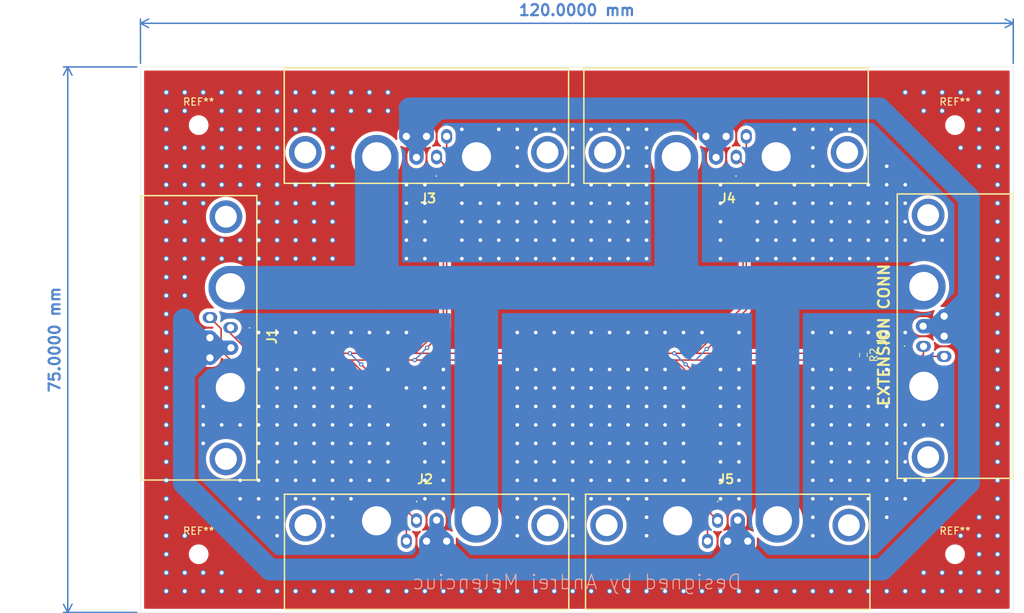
<source format=kicad_pcb>
(kicad_pcb (version 20240108) (generator "pcbnew") (generator_version "8.0")
  (layers (0 "F.Cu" signal) (1 "In1.Cu" signal) (2 "In2.Cu" signal) (31 "B.Cu" signal) (34 "B.Paste" user) (35 "F.Paste" user) (36 "B.SilkS" user "B.Silkscreen") (37 "F.SilkS" user "F.Silkscreen") (38 "B.Mask" user) (39 "F.Mask" user) (44 "Edge.Cuts" user))
  (net 0 "")
  (net 1 "7V")
  (net 2 "CAN-")
  (net 3 "GND")
  (net 4 "CAN+")
  (net 5 "12V")
  (footprint "MountingHole:MountingHole_2.2mm_M2" (layer "F.Cu") (at 183 59)
    (property "Reference" "REF**")
    (property "Value" "MountingHole_2.2mm_M2")
  )
  (footprint "ecocad_lib_footprints:DB7W2-Female" (layer "F.Cu") (at 151.718 114.956)
    (property "Reference" "J5")
    (property "Value" "~" (hide yes))
  )
  (footprint "ecocad_lib_footprints:DB7W2-Female" (layer "F.Cu") (at 180.256 88.042 90)
    (property "Reference" "J6")
    (property "Value" "~" (hide yes))
  )
  (footprint "ecocad_lib_footprints:DB7W2-Female" (layer "F.Cu") (at 110.342 61.794 180)
    (property "Reference" "J3")
    (property "Value" "~" (hide yes))
  )
  (footprint "ecocad_lib_footprints:DB7W2-Female" (layer "F.Cu") (at 151.54 61.794 180)
    (property "Reference" "J4")
    (property "Value" "~" (hide yes))
  )
  (footprint "MountingHole:MountingHole_2.2mm_M2" (layer "F.Cu") (at 183 118)
    (property "Reference" "REF**")
    (property "Value" "MountingHole_2.2mm_M2")
  )
  (footprint "MountingHole:MountingHole_2.2mm_M2" (layer "F.Cu") (at 79 59)
    (property "Reference" "REF**")
    (property "Value" "MountingHole_2.2mm_M2")
  )
  (footprint "ecocad_lib_footprints:DB7W2-Female" (layer "F.Cu") (at 110.318 114.956)
    (property "Reference" "J2")
    (property "Value" "~" (hide yes))
  )
  (footprint "ecocad_lib_footprints:DB7W2-Male" (layer "F.Cu") (at 81.794 88.218 -90)
    (property "Reference" "J1")
    (property "Value" "~" (hide yes))
  )
  (footprint "Resistor_SMD:R_0603_1608Metric" (layer "F.Cu") (at 170.4 90.6 -90)
    (property "Reference" "R2")
    (property "Value" "120")
  )
  (footprint "MountingHole:MountingHole_2.2mm_M2" (layer "F.Cu") (at 79 118)
    (property "Reference" "REF**")
    (property "Value" "MountingHole_2.2mm_M2")
  )
  (gr_circle (center 103.4 113.4) (end 106.624903 113.4) (stroke (width 0.2)) (fill solid) (layer "B.Cu") (net 3))
  (gr_line (start 71 51) (end 191 51) (stroke (width 0.05)) (layer "Edge.Cuts"))
  (gr_line (start 71 126) (end 71 51) (stroke (width 0.05)) (layer "Edge.Cuts"))
  (gr_line (start 191 51) (end 191 126) (stroke (width 0.05)) (layer "Edge.Cuts"))
  (gr_line (start 191 126) (end 71 126) (stroke (width 0.05)) (layer "Edge.Cuts"))
  (gr_text "Designed by Andrei Melenciuc" (at 131 123 0) (layer "B.SilkS") (effects (font (size 2 2)) (justify bottom mirror)))
  (gr_text "EXTENSION CONN" (at 174.1 97.8 90) (layer "F.SilkS") (effects (font (size 1.5 1.5) (thickness 0.3) (bold yes)) (justify left bottom)))
  (dimension (type aligned) (layer "B.Cu") (pts (xy 71 51) (xy 191 51)) (height -6) (gr_text "120.0000 mm" (at 131 43.2 0) (layer "B.Cu") (effects (font (size 1.5 1.5) (thickness 0.3)))) (format (prefix "") (suffix "") (units 3) (units_format 1) (precision 4)) (style (thickness 0.2) (arrow_length 1.27) (text_position_mode 0) (extension_height 0.58642) (extension_offset 0.5) keep_text_aligned))
  (dimension (type aligned) (layer "B.Cu") (pts (xy 71 51) (xy 71 126)) (height 10) (gr_text "75.0000 mm" (at 59.2 88.5 90) (layer "B.Cu") (effects (font (size 1.5 1.5) (thickness 0.3)))) (format (prefix "") (suffix "") (units 3) (units_format 1) (precision 4)) (style (thickness 0.2) (arrow_length 1.27) (text_position_mode 0) (extension_height 0.58642) (extension_offset 0.5) keep_text_aligned))
  (segment (start 103.5 81.358) (end 117.2 81.358) (width 6) (layer "B.Cu") (net 1))
  (segment (start 178.524 81.358) (end 178.7 81.182) (width 6) (layer "B.Cu") (net 1))
  (segment (start 117.2 81.358) (end 144.7 81.358) (width 6) (layer "B.Cu") (net 1))
  (segment (start 103.482 63.35) (end 103.482 81.34) (width 6) (layer "B.Cu") (net 1))
  (segment (start 144.7 81.358) (end 158.5 81.358) (width 6) (layer "B.Cu") (net 1))
  (segment (start 144.68 63.35) (end 144.68 81.338) (width 6) (layer "B.Cu") (net 1))
  (segment (start 117.178 113.4) (end 117.178 81.38) (width 6) (layer "B.Cu") (net 1))
  (segment (start 158.5 81.358) (end 178.524 81.358) (width 6) (layer "B.Cu") (net 1))
  (segment (start 144.68 81.338) (end 144.7 81.358) (width 6) (layer "B.Cu") (net 1))
  (segment (start 158.578 113.4) (end 158.578 81.436) (width 6) (layer "B.Cu") (net 1))
  (segment (start 103.482 81.34) (end 103.5 81.358) (width 6) (layer "B.Cu") (net 1))
  (segment (start 158.578 81.436) (end 158.5 81.358) (width 6) (layer "B.Cu") (net 1))
  (segment (start 117.178 81.38) (end 117.2 81.358) (width 6) (layer "B.Cu") (net 1))
  (segment (start 83.35 81.358) (end 103.5 81.358) (width 6) (layer "B.Cu") (net 1))
  (segment (start 80.55 85.46) (end 82.09 87) (width 0.2) (layer "F.Cu") (net 2))
  (segment (start 101.6909 93.0909) (end 99.9 91.3) (width 0.2) (layer "F.Cu") (net 2))
  (segment (start 148.96 116.2) (end 148.96 95.7782) (width 0.2) (layer "F.Cu") (net 2))
  (segment (start 181.5 90.8) (end 178.978199 90.8) (width 0.2) (layer "F.Cu") (net 2))
  (segment (start 178.978199 90.8) (end 178.353199 91.425) (width 0.2) (layer "F.Cu") (net 2))
  (segment (start 169.687499 91.425) (end 170.4 91.425) (width 0.2) (layer "F.Cu") (net 2))
  (segment (start 148.96 95.7782) (end 145.9409 92.7591) (width 0.2) (layer "F.Cu") (net 2))
  (segment (start 148.925 89.775) (end 148.848528 89.775) (width 0.2) (layer "F.Cu") (net 2))
  (segment (start 144.5 91.3) (end 169.562499 91.3) (width 0.2) (layer "F.Cu") (net 2))
  (segment (start 107.56 98.9782) (end 101.6909 93.1091) (width 0.2) (layer "F.Cu") (net 2))
  (segment (start 110.400522 89.599478) (end 110.400522 89.600522) (width 0.2) (layer "F.Cu") (net 2))
  (segment (start 178.353199 91.425) (end 170.4 91.425) (width 0.2) (layer "F.Cu") (net 2))
  (segment (start 107.56 116.2) (end 107.56 98.9782) (width 0.2) (layer "F.Cu") (net 2))
  (segment (start 83.395076 91.3) (end 99.9 91.3) (width 0.2) (layer "F.Cu") (net 2))
  (segment (start 108.7 91.3) (end 144.5 91.3) (width 0.2) (layer "F.Cu") (net 2))
  (segment (start 154.298 84.402) (end 148.925 89.775) (width 0.2) (layer "F.Cu") (net 2))
  (segment (start 154.298 60.55) (end 154.298 84.402) (width 0.2) (layer "F.Cu") (net 2))
  (segment (start 113.1 60.55) (end 113.1 86.9) (width 0.2) (layer "F.Cu") (net 2))
  (segment (start 82.09 89.994924) (end 83.395076 91.3) (width 0.2) (layer "F.Cu") (net 2))
  (segment (start 82.09 87) (end 82.09 89.994924) (width 0.2) (layer "F.Cu") (net 2))
  (segment (start 169.562499 91.3) (end 169.687499 91.425) (width 0.2) (layer "F.Cu") (net 2))
  (segment (start 145.9409 92.7409) (end 144.5 91.3) (width 0.2) (layer "F.Cu") (net 2))
  (segment (start 145.9409 92.7591) (end 145.9409 92.7409) (width 0.2) (layer "F.Cu") (net 2))
  (segment (start 99.9 91.3) (end 108.7 91.3) (width 0.2) (layer "F.Cu") (net 2))
  (segment (start 113.1 86.9) (end 110.400522 89.599478) (width 0.2) (layer "F.Cu") (net 2))
  (segment (start 101.6909 93.1091) (end 101.6909 93.0909) (width 0.2) (layer "F.Cu") (net 2))
  (via (at 148.848528 89.775) (size 0.6) (drill 0.3) (layers "F.Cu" "B.Cu") (net 2))
  (via (at 108.7 91.3) (size 0.6) (drill 0.3) (layers "F.Cu" "B.Cu") (net 2))
  (via (at 110.400522 89.600522) (size 0.6) (drill 0.3) (layers "F.Cu" "B.Cu") (net 2))
  (segment (start 110.400522 89.600522) (end 108.701044 91.3) (width 0.2) (layer "B.Cu") (net 2))
  (segment (start 108.701044 91.3) (end 108.7 91.3) (width 0.2) (layer "B.Cu") (net 2))
  (segment (start 147.3 91.3) (end 147.323528 91.3) (width 0.2) (layer "B.Cu") (net 2))
  (segment (start 148.848528 89.775) (end 147.323528 91.3) (width 0.2) (layer "B.Cu") (net 2))
  (via (at 74.545716 110.376) (size 0.8) (drill 0.5) (layers "F.Cu" "B.Cu") (net 3))
  (via (at 188.845716 82.436) (size 0.8) (drill 0.5) (layers "F.Cu" "B.Cu") (net 3))
  (via (at 171.065716 67.196) (size 0.8) (drill 0.5) (layers "F.Cu" "B.Cu") (net 3))
  (via (at 89.785716 57.036) (size 0.8) (drill 0.5) (layers "F.Cu" "B.Cu") (net 3))
  (via (at 130.425716 69.736) (size 0.8) (drill 0.5) (layers "F.Cu" "B.Cu") (net 3))
  (via (at 115.185716 123.076) (size 0.8) (drill 0.5) (layers "F.Cu" "B.Cu") (net 3))
  (via (at 150.745716 102.756) (size 0.8) (drill 0.5) (layers "F.Cu" "B.Cu") (net 3))
  (via (at 138.045716 102.756) (size 0.8) (drill 0.5) (layers "F.Cu" "B.Cu") (net 3))
  (via (at 165.985716 95.136) (size 0.8) (drill 0.5) (layers "F.Cu" "B.Cu") (net 3))
  (via (at 94.865716 67.196) (size 0.8) (drill 0.5) (layers "F.Cu" "B.Cu") (net 3))
  (via (at 110.105716 97.676) (size 0.8) (drill 0.5) (layers "F.Cu" "B.Cu") (net 3))
  (via (at 92.325716 102.756) (size 0.8) (drill 0.5) (layers "F.Cu" "B.Cu") (net 3))
  (via (at 125.345716 59.576) (size 0.8) (drill 0.5) (layers "F.Cu" "B.Cu") (net 3))
  (via (at 158.365716 69.736) (size 0.8) (drill 0.5) (layers "F.Cu" "B.Cu") (net 3))
  (via (at 173.605716 105.296) (size 0.8) (drill 0.5) (layers "F.Cu" "B.Cu") (net 3))
  (via (at 74.545716 74.816) (size 0.8) (drill 0.5) (layers "F.Cu" "B.Cu") (net 3))
  (via (at 79.625716 74.816) (size 0.8) (drill 0.5) (layers "F.Cu" "B.Cu") (net 3))
  (via (at 150.745716 105.296) (size 0.8) (drill 0.5) (layers "F.Cu" "B.Cu") (net 3))
  (via (at 140.585716 123.076) (size 0.8) (drill 0.5) (layers "F.Cu" "B.Cu") (net 3))
  (via (at 102.485716 102.756) (size 0.8) (drill 0.5) (layers "F.Cu" "B.Cu") (net 3))
  (via (at 183.765716 115.456) (size 0.8) (drill 0.5) (layers "F.Cu" "B.Cu") (net 3))
  (via (at 145.665716 102.756) (size 0.8) (drill 0.5) (layers "F.Cu" "B.Cu") (net 3))
  (via (at 132.965716 95.136) (size 0.8) (drill 0.5) (layers "F.Cu" "B.Cu") (net 3))
  (via (at 97.405716 67.196) (size 0.8) (drill 0.5) (layers "F.Cu" "B.Cu") (net 3))
  (via (at 97.405716 69.736) (size 0.8) (drill 0.5) (layers "F.Cu" "B.Cu") (net 3))
  (via (at 94.865716 77.356) (size 0.8) (drill 0.5) (layers "F.Cu" "B.Cu") (net 3))
  (via (at 163.445716 72.276) (size 0.8) (drill 0.5) (layers "F.Cu" "B.Cu") (net 3))
  (via (at 89.785716 123.076) (size 0.8) (drill 0.5) (layers "F.Cu" "B.Cu") (net 3))
  (via (at 135.505716 123.076) (size 0.8) (drill 0.5) (layers "F.Cu" "B.Cu") (net 3))
  (via (at 120.265716 72.276) (size 0.8) (drill 0.5) (layers "F.Cu" "B.Cu") (net 3))
  (via (at 125.345716 110.376) (size 0.8) (drill 0.5) (layers "F.Cu" "B.Cu") (net 3))
  (via (at 168.525716 123.076) (size 0.8) (drill 0.5) (layers "F.Cu" "B.Cu") (net 3))
  (via (at 97.405716 57.036) (size 0.8) (drill 0.5) (layers "F.Cu" "B.Cu") (net 3))
  (via (at 153.285716 97.676) (size 0.8) (drill 0.5) (layers "F.Cu" "B.Cu") (net 3))
  (via (at 140.585716 107.836) (size 0.8) (drill 0.5) (layers "F.Cu" "B.Cu") (net 3))
  (via (at 94.865716 123.076) (size 0.8) (drill 0.5) (layers "F.Cu" "B.Cu") (net 3))
  (via (at 176.145716 123.076) (size 0.8) (drill 0.5) (layers "F.Cu" "B.Cu") (net 3))
  (via (at 168.525716 77.356) (size 0.8) (drill 0.5) (layers "F.Cu" "B.Cu") (net 3))
  (via (at 127.885716 77.356) (size 0.8) (drill 0.5) (layers "F.Cu" "B.Cu") (net 3))
  (via (at 130.425716 102.756) (size 0.8) (drill 0.5) (layers "F.Cu" "B.Cu") (net 3))
  (via (at 188.845716 72.276) (size 0.8) (drill 0.5) (layers "F.Cu" "B.Cu") (net 3))
  (via (at 165.985716 110.376) (size 0.8) (drill 0.5) (layers "F.Cu" "B.Cu") (net 3))
  (via (at 110.105716 110.376) (size 0.8) (drill 0.5) (layers "F.Cu" "B.Cu") (net 3))
  (via (at 107.565716 72.276) (size 0.8) (drill 0.5) (layers "F.Cu" "B.Cu") (net 3))
  (via (at 130.425716 72.276) (size 0.8) (drill 0.5) (layers "F.Cu" "B.Cu") (net 3))
  (via (at 188.845716 74.816) (size 0.8) (drill 0.5) (layers "F.Cu" "B.Cu") (net 3))
  (via (at 153.285716 92.596) (size 0.8) (drill 0.5) (layers "F.Cu" "B.Cu") (net 3))
  (via (at 122.805716 72.276) (size 0.8) (drill 0.5) (layers "F.Cu" "B.Cu") (net 3))
  (via (at 105.025716 87.516) (size 0.8) (drill 0.5) (layers "F.Cu" "B.Cu") (net 3))
  (via (at 117.725716 69.736) (size 0.8) (drill 0.5) (layers "F.Cu" "B.Cu") (net 3))
  (via (at 138.045716 64.656) (size 0.8) (drill 0.5) (layers "F.Cu" "B.Cu") (net 3))
  (via (at 132.965716 72.276) (size 0.8) (drill 0.5) (layers "F.Cu" "B.Cu") (net 3))
  (via (at 92.325716 105.296) (size 0.8) (drill 0.5) (layers "F.Cu" "B.Cu") (net 3))
  (via (at 138.045716 95.136) (size 0.8) (drill 0.5) (layers "F.Cu" "B.Cu") (net 3))
  (via (at 130.425716 74.816) (size 0.8) (drill 0.5) (layers "F.Cu" "B.Cu") (net 3))
  (via (at 77.085716 120.536) (size 0.8) (drill 0.5) (layers "F.Cu" "B.Cu") (net 3))
  (via (at 163.445716 69.736) (size 0.8) (drill 0.5) (layers "F.Cu" "B.Cu") (net 3))
  (via (at 112.645716 97.676) (size 0.8) (drill 0.5) (layers "F.Cu" "B.Cu") (net 3))
  (via (at 160.905716 67.196) (size 0.8) (drill 0.5) (layers "F.Cu" "B.Cu") (net 3))
  (via (at 158.365716 77.356) (size 0.8) (drill 0.5) (layers "F.Cu" "B.Cu") (net 3))
  (via (at 94.865716 57.036) (size 0.8) (drill 0.5) (layers "F.Cu" "B.Cu") (net 3))
  (via (at 122.805716 77.356) (size 0.8) (drill 0.5) (layers "F.Cu" "B.Cu") (net 3))
  (via (at 77.085716 64.656) (size 0.8) (drill 0.5) (layers "F.Cu" "B.Cu") (net 3))
  (via (at 97.405716 74.816) (size 0.8) (drill 0.5) (layers "F.Cu" "B.Cu") (net 3))
  (via (at 74.545716 64.656) (size 0.8) (drill 0.5) (layers "F.Cu" "B.Cu") (net 3))
  (via (at 115.185716 59.576) (size 0.8) (drill 0.5) (layers "F.Cu" "B.Cu") (net 3))
  (via (at 125.345716 100.216) (size 0.8) (drill 0.5) (layers "F.Cu" "B.Cu") (net 3))
  (via (at 163.445716 95.136) (size 0.8) (drill 0.5) (layers "F.Cu" "B.Cu") (net 3))
  (via (at 153.285716 123.076) (size 0.8) (drill 0.5) (layers "F.Cu" "B.Cu") (net 3))
  (via (at 130.425716 105.296) (size 0.8) (drill 0.5) (layers "F.Cu" "B.Cu") (net 3))
  (via (at 127.885716 110.376) (size 0.8) (drill 0.5) (layers "F.Cu" "B.Cu") (net 3))
  (via (at 176.145716 72.276) (size 0.8) (drill 0.5) (layers "F.Cu" "B.Cu") (net 3))
  (via (at 92.325716 67.196) (size 0.8) (drill 0.5) (layers "F.Cu" "B.Cu") (net 3))
  (via (at 74.545716 123.076) (size 0.8) (drill 0.5) (layers "F.Cu" "B.Cu") (net 3))
  (via (at 99.945716 57.036) (size 0.8) (drill 0.5) (layers "F.Cu" "B.Cu") (net 3))
  (via (at 163.445716 100.216) (size 0.8) (drill 0.5) (layers "F.Cu" "B.Cu") (net 3))
  (via (at 77.085716 74.816) (size 0.8) (drill 0.5) (layers "F.Cu" "B.Cu") (net 3))
  (via (at 140.585716 115.456) (size 0.8) (drill 0.5) (layers "F.Cu" "B.Cu") (net 3))
  (via (at 130.425716 115.456) (size 0.8) (drill 0.5) (layers "F.Cu" "B.Cu") (net 3))
  (via (at 186.305716 57.036) (size 0.8) (drill 0.5) (layers "F.Cu" "B.Cu") (net 3))
  (via (at 117.725716 123.076) (size 0.8) (drill 0.5) (layers "F.Cu" "B.Cu") (net 3))
  (via (at 165.985716 102.756) (size 0.8) (drill 0.5) (layers "F.Cu" "B.Cu") (net 3))
  (via (at 188.845716 112.916) (size 0.8) (drill 0.5) (layers "F.Cu" "B.Cu") (net 3))
  (via (at 110.105716 100.216) (size 0.8) (drill 0.5) (layers "F.Cu" "B.Cu") (net 3))
  (via (at 92.325716 100.216) (size 0.8) (drill 0.5) (layers "F.Cu" "B.Cu") (net 3))
  (via (at 132.965716 107.836) (size 0.8) (drill 0.5) (layers "F.Cu" "B.Cu") (net 3))
  (via (at 176.145716 54.496) (size 0.8) (drill 0.5) (layers "F.Cu" "B.Cu") (net 3))
  (via (at 140.585716 87.516) (size 0.8) (drill 0.5) (layers "F.Cu" "B.Cu") (net 3))
  (via (at 107.565716 87.516) (size 0.8) (drill 0.5) (layers "F.Cu" "B.Cu") (net 3))
  (via (at 140.585716 74.816) (size 0.8) (drill 0.5) (layers "F.Cu" "B.Cu") (net 3))
  (via (at 135.505716 107.836) (size 0.8) (drill 0.5) (layers "F.Cu" "B.Cu") (net 3))
  (via (at 153.285716 100.216) (size 0.8) (drill 0.5) (layers "F.Cu" "B.Cu") (net 3))
  (via (at 94.865716 105.296) (size 0.8) (drill 0.5) (layers "F.Cu" "B.Cu") (net 3))
  (via (at 99.945716 95.136) (size 0.8) (drill 0.5) (layers "F.Cu" "B.Cu") (net 3))
  (via (at 112.645716 102.756) (size 0.8) (drill 0.5) (layers "F.Cu" "B.Cu") (net 3))
  (via (at 82.165716 57.036) (size 0.8) (drill 0.5) (layers "F.Cu" "B.Cu") (net 3))
  (via (at 155.825716 123.076) (size 0.8) (drill 0.5) (layers "F.Cu" "B.Cu") (net 3))
  (via (at 173.605716 112.916) (size 0.8) (drill 0.5) (layers "F.Cu" "B.Cu") (net 3))
  (via (at 120.265716 77.356) (size 0.8) (drill 0.5) (layers "F.Cu" "B.Cu") (net 3))
  (via (at 99.945716 87.516) (size 0.8) (drill 0.5) (layers "F.Cu" "B.Cu") (net 3))
  (via (at 176.145716 74.816) (size 0.8) (drill 0.5) (layers "F.Cu" "B.Cu") (net 3))
  (via (at 115.185716 72.276) (size 0.8) (drill 0.5) (layers "F.Cu" "B.Cu") (net 3))
  (via (at 127.885716 105.296) (size 0.8) (drill 0.5) (layers "F.Cu" "B.Cu") (net 3))
  (via (at 120.265716 59.576) (size 0.8) (drill 0.5) (layers "F.Cu" "B.Cu") (net 3))
  (via (at 94.865716 87.516) (size 0.8) (drill 0.5) (layers "F.Cu" "B.Cu") (net 3))
  (via (at 188.845716 59.576) (size 0.8) (drill 0.5) (layers "F.Cu" "B.Cu") (net 3))
  (via (at 163.445716 64.656) (size 0.8) (drill 0.5) (layers "F.Cu" "B.Cu") (net 3))
  (via (at 153.285716 87.516) (size 0.8) (drill 0.5) (layers "F.Cu" "B.Cu") (net 3))
  (via (at 173.605716 107.836) (size 0.8) (drill 0.5) (layers "F.Cu" "B.Cu") (net 3))
  (via (at 87.245716 92.596) (size 0.8) (drill 0.5) (layers "F.Cu" "B.Cu") (net 3))
  (via (at 87.245716 64.656) (size 0.8) (drill 0.5) (layers "F.Cu" "B.Cu") (net 3))
  (via (at 87.245716 100.216) (size 0.8) (drill 0.5) (layers "F.Cu" "B.Cu") (net 3))
  (via (at 94.865716 72.276) (size 0.8) (drill 0.5) (layers "F.Cu" "B.Cu") (net 3))
  (via (at 138.045716 62.116) (size 0.8) (drill 0.5) (layers "F.Cu" "B.Cu") (net 3))
  (via (at 176.145716 105.296) (size 0.8) (drill 0.5) (layers "F.Cu" "B.Cu") (net 3))
  (via (at 145.665716 100.216) (size 0.8) (drill 0.5) (layers "F.Cu" "B.Cu") (net 3))
  (via (at 178.685716 120.536) (size 0.8) (drill 0.5) (layers "F.Cu" "B.Cu") (net 3))
  (via (at 110.105716 107.836) (size 0.8) (drill 0.5) (layers "F.Cu" "B.Cu") (net 3))
  (via (at 115.185716 74.816) (size 0.8) (drill 0.5) (layers "F.Cu" "B.Cu") (net 3))
  (via (at 94.865716 110.376) (size 0.8) (drill 0.5) (layers "F.Cu" "B.Cu") (net 3))
  (via (at 125.345716 105.296) (size 0.8) (drill 0.5) (layers "F.Cu" "B.Cu") (net 3))
  (via (at 130.425716 77.356) (size 0.8) (drill 0.5) (layers "F.Cu" "B.Cu") (net 3))
  (via (at 89.785716 72.276) (size 0.8) (drill 0.5) (layers "F.Cu" "B.Cu") (net 3))
  (via (at 74.545716 120.536) (size 0.8) (drill 0.5) (layers "F.Cu" "B.Cu") (net 3))
  (via (at 105.025716 92.596) (size 0.8) (drill 0.5) (layers "F.Cu" "B.Cu") (net 3))
  (via (at 84.705716 64.656) (size 0.8) (drill 0.5) (layers "F.Cu" "B.Cu") (net 3))
  (via (at 168.525716 92.596) (size 0.8) (drill 0.5) (layers "F.Cu" "B.Cu") (net 3))
  (via (at 89.785716 74.816) (size 0.8) (drill 0.5) (layers "F.Cu" "B.Cu") (net 3))
  (via (at 82.165716 123.076) (size 0.8) (drill 0.5) (layers "F.Cu" "B.Cu") (net 3))
  (via (at 160.905716 123.076) (size 0.8) (drill 0.5) (layers "F.Cu" "B.Cu") (net 3))
  (via (at 171.065716 107.836) (size 0.8) (drill 0.5) (layers "F.Cu" "B.Cu") (net 3))
  (via (at 74.545716 77.356) (size 0.8) (drill 0.5) (layers "F.Cu" "B.Cu") (net 3))
  (via (at 77.085716 82.436) (size 0.8) (drill 0.5) (layers "F.Cu" "B.Cu") (net 3))
  (via (at 132.965716 87.516) (size 0.8) (drill 0.5) (layers "F.Cu" "B.Cu") (net 3))
  (via (at 84.705716 107.836) (size 0.8) (drill 0.5) (layers "F.Cu" "B.Cu") (net 3))
  (via (at 188.845716 105.296) (size 0.8) (drill 0.5) (layers "F.Cu" "B.Cu") (net 3))
  (via (at 135.505716 59.576) (size 0.8) (drill 0.5) (layers "F.Cu" "B.Cu") (net 3))
  (via (at 135.505716 95.136) (size 0.8) (drill 0.5) (layers "F.Cu" "B.Cu") (net 3))
  (via (at 163.445716 77.356) (size 0.8) (drill 0.5) (layers "F.Cu" "B.Cu") (net 3))
  (via (at 125.345716 123.076) (size 0.8) (drill 0.5) (layers "F.Cu" "B.Cu") (net 3))
  (via (at 163.445716 107.836) (size 0.8) (drill 0.5) (layers "F.Cu" "B.Cu") (net 3))
  (via (at 97.405716 62.116) (size 0.8) (drill 0.5) (layers "F.Cu" "B.Cu") (net 3))
  (via (at 74.545716 115.456) (size 0.8) (drill 0.5) (layers "F.Cu" "B.Cu") (net 3))
  (via (at 125.345716 95.136) (size 0.8) (drill 0.5) (layers "F.Cu" "B.Cu") (net 3))
  (via (at 89.785716 115.456) (size 0.8) (drill 0.5) (layers "F.Cu" "B.Cu") (net 3))
  (via (at 74.545716 92.596) (size 0.8) (drill 0.5) (layers "F.Cu" "B.Cu") (net 3))
  (via (at 178.685716 54.496) (size 0.8) (drill 0.5) (layers "F.Cu" "B.Cu") (net 3))
  (via (at 122.805716 123.076) (size 0.8) (drill 0.5) (layers "F.Cu" "B.Cu") (net 3))
  (via (at 150.745716 110.376) (size 0.8) (drill 0.5) (layers "F.Cu" "B.Cu") (net 3))
  (via (at 130.425716 67.196) (size 0.8) (drill 0.5) (layers "F.Cu" "B.Cu") (net 3))
  (via (at 99.945716 110.376) (size 0.8) (drill 0.5) (layers "F.Cu" "B.Cu") (net 3))
  (via (at 122.805716 59.576) (size 0.8) (drill 0.5) (layers "F.Cu" "B.Cu") (net 3))
  (via (at 186.305716 117.996) (size 0.8) (drill 0.5) (layers "F.Cu" "B.Cu") (net 3))
  (via (at 132.965716 77.356) (size 0.8) (drill 0.5) (layers "F.Cu" "B.Cu") (net 3))
  (via (at 138.045716 59.576) (size 0.8) (drill 0.5) (layers "F.Cu" "B.Cu") (net 3))
  (via (at 127.885716 87.516) (size 0.8) (drill 0.5) (layers "F.Cu" "B.Cu") (net 3))
  (via (at 74.545716 69.736) (size 0.8) (drill 0.5) (layers "F.Cu" "B.Cu") (net 3))
  (via (at 178.685716 107.836) (size 0.8) (drill 0.5) (layers "F.Cu" "B.Cu") (net 3))
  (via (at 94.865716 100.216) (size 0.8) (drill 0.5) (layers "F.Cu" "B.Cu") (net 3))
  (via (at 140.585716 97.676) (size 0.8) (drill 0.5) (layers "F.Cu" "B.Cu") (net 3))
  (via (at 89.785716 95.136) (size 0.8) (drill 0.5) (layers "F.Cu" "B.Cu") (net 3))
  (via (at 125.345716 92.596) (size 0.8) (drill 0.5) (layers "F.Cu" "B.Cu") (net 3))
  (via (at 160.905716 59.576) (size 0.8) (drill 0.5) (layers "F.Cu" "B.Cu") (net 3))
  (via (at 89.785716 110.376) (size 0.8) (drill 0.5) (layers "F.Cu" "B.Cu") (net 3))
  (via (at 94.865716 54.496) (size 0.8) (drill 0.5) (layers "F.Cu" "B.Cu") (net 3))
  (via (at 140.585716 95.136) (size 0.8) (drill 0.5) (layers "F.Cu" "B.Cu") (net 3))
  (via (at 97.405716 115.456) (size 0.8) (drill 0.5) (layers "F.Cu" "B.Cu") (net 3))
  (via (at 181.225716 74.816) (size 0.8) (drill 0.5) (layers "F.Cu" "B.Cu") (net 3))
  (via (at 171.065716 110.376) (size 0.8) (drill 0.5) (layers "F.Cu" "B.Cu") (net 3))
  (via (at 87.245716 74.816) (size 0.8) (drill 0.5) (layers "F.Cu" "B.Cu") (net 3))
  (via (at 107.565716 95.136) (size 0.8) (drill 0.5) (layers "F.Cu" "B.Cu") (net 3))
  (via (at 77.085716 77.356) (size 0.8) (drill 0.5) (layers "F.Cu" "B.Cu") (net 3))
  (via (at 87.245716 54.496) (size 0.8) (drill 0.5) (layers "F.Cu" "B.Cu") (net 3))
  (via (at 135.505716 74.816) (size 0.8) (drill 0.5) (layers "F.Cu" "B.Cu") (net 3))
  (via (at 165.985716 123.076) (size 0.8) (drill 0.5) (layers "F.Cu" "B.Cu") (net 3))
  (via (at 150.745716 97.676) (size 0.8) (drill 0.5) (layers "F.Cu" "B.Cu") (net 3))
  (via (at 120.265716 74.816) (size 0.8) (drill 0.5) (layers "F.Cu" "B.Cu") (net 3))
  (via (at 125.345716 97.676) (size 0.8) (drill 0.5) (layers "F.Cu" "B.Cu") (net 3))
  (via (at 89.785716 69.736) (size 0.8) (drill 0.5) (layers "F.Cu" "B.Cu") (net 3))
  (via (at 125.345716 107.836) (size 0.8) (drill 0.5) (layers "F.Cu" "B.Cu") (net 3))
  (via (at 140.585716 72.276) (size 0.8) (drill 0.5) (layers "F.Cu" "B.Cu") (net 3))
  (via (at 97.405716 92.596) (size 0.8) (drill 0.5) (layers "F.Cu" "B.Cu") (net 3))
  (via (at 181.225716 100.216) (size 0.8) (drill 0.5) (layers "F.Cu" "B.Cu") (net 3))
  (via (at 132.965716 69.736) (size 0.8) (drill 0.5) (layers "F.Cu" "B.Cu") (net 3))
  (via (at 92.325716 69.736) (size 0.8) (drill 0.5) (layers "F.Cu" "B.Cu") (net 3))
  (via (at 74.545716 107.836) (size 0.8) (drill 0.5) (layers "F.Cu" "B.Cu") (net 3))
  (via (at 92.325716 59.576) (size 0.8) (drill 0.5) (layers "F.Cu" "B.Cu") (net 3))
  (via (at 112.645716 105.296) (size 0.8) (drill 0.5) (layers "F.Cu" "B.Cu") (net 3))
  (via (at 84.705716 77.356) (size 0.8) (drill 0.5) (layers "F.Cu" "B.Cu") (net 3))
  (via (at 120.265716 67.196) (size 0.8) (drill 0.5) (layers "F.Cu" "B.Cu") (net 3))
  (via (at 74.545716 105.296) (size 0.8) (drill 0.5) (layers "F.Cu" "B.Cu") (net 3))
  (via (at 143.125716 100.216) (size 0.8) (drill 0.5) (layers "F.Cu" "B.Cu") (net 3))
  (via (at 84.705716 57.036) (size 0.8) (drill 0.5) (layers "F.Cu" "B.Cu") (net 3))
  (via (at 188.845716 79.896) (size 0.8) (drill 0.5) (layers "F.Cu" "B.Cu") (net 3))
  (via (at 186.305716 115.456) (size 0.8) (drill 0.5) (layers "F.Cu" "B.Cu") (net 3))
  (via (at 84.705716 54.496) (size 0.8) (drill 0.5) (layers "F.Cu" "B.Cu") (net 3))
  (via (at 97.405716 64.656) (size 0.8) (drill 0.5) (layers "F.Cu" "B.Cu") (net 3))
  (via (at 186.305716 62.116) (size 0.8) (drill 0.5) (layers "F.Cu" "B.Cu") (net 3))
  (via (at 140.585716 92.596) (size 0.8) (drill 0.5) (layers "F.Cu" "B.Cu") (net 3))
  (via (at 105.025716 100.216) (size 0.8) (drill 0.5) (layers "F.Cu" "B.Cu") (net 3))
  (via (at 112.645716 92.596) (size 0.8) (drill 0.5) (layers "F.Cu" "B.Cu") (net 3))
  (via (at 122.805716 62.116) (size 0.8) (drill 0.5) (layers "F.Cu" "B.Cu") (net 3))
  (via (at 143.125716 95.136) (size 0.8) (drill 0.5) (layers "F.Cu" "B.Cu") (net 3))
  (via (at 138.045716 100.216) (size 0.8) (drill 0.5) (layers "F.Cu" "B.Cu") (net 3))
  (via (at 105.025716 57.036) (size 0.8) (drill 0.5) (layers "F.Cu" "B.Cu") (net 3))
  (via (at 130.425716 97.676) (size 0.8) (drill 0.5) (layers "F.Cu" "B.Cu") (net 3))
  (via (at 74.545716 84.976) (size 0.8) (drill 0.5) (layers "F.Cu" "B.Cu") (net 3))
  (via (at 132.965716 97.676) (size 0.8) (drill 0.5) (layers "F.Cu" "B.Cu") (net 3))
  (via (at 160.905716 77.356) (size 0.8) (drill 0.5) (layers "F.Cu" "B.Cu") (net 3))
  (via (at 92.325716 97.676) (size 0.8) (drill 0.5) (layers "F.Cu" "B.Cu") (net 3))
  (via (at 148.205716 123.076) (size 0.8) (drill 0.5) (layers "F.Cu" "B.Cu") (net 3))
  (via (at 186.305716 64.656) (size 0.8) (drill 0.5) (layers "F.Cu" "B.Cu") (net 3))
  (via (at 171.065716 97.676) (size 0.8) (drill 0.5) (layers "F.Cu" "B.Cu") (net 3))
  (via (at 186.305716 59.576) (size 0.8) (drill 0.5) (layers "F.Cu" "B.Cu") (net 3))
  (via (at 135.505716 110.376) (size 0.8) (drill 0.5) (layers "F.Cu" "B.Cu") (net 3))
  (via (at 82.165716 54.496) (size 0.8) (drill 0.5) (layers "F.Cu" "B.Cu") (net 3))
  (via (at 143.125716 105.296) (size 0.8) (drill 0.5) (layers "F.Cu" "B.Cu") (net 3))
  (via (at 150.745716 74.816) (size 0.8) (drill 0.5) (layers "F.Cu" "B.Cu") (net 3))
  (via (at 120.265716 123.076) (size 0.8) (drill 0.5) (layers "F.Cu" "B.Cu") (net 3))
  (via (at 74.545716 82.436) (size 0.8) (drill 0.5) (layers "F.Cu" "B.Cu") (net 3))
  (via (at 87.245716 123.076) (size 0.8) (drill 0.5) (layers "F.Cu" "B.Cu") (net 3))
  (via (at 155.825716 72.276) (size 0.8) (drill 0.5) (layers "F.Cu" "B.Cu") (net 3))
  (via (at 150.745716 100.216) (size 0.8) (drill 0.5) (layers "F.Cu" "B.Cu") (net 3))
  (via (at 89.785716 77.356) (size 0.8) (drill 0.5) (layers "F.Cu" "B.Cu") (net 3))
  (via (at 122.805716 95.136) (size 0.8) (drill 0.5) (layers "F.Cu" "B.Cu") (net 3))
  (via (at 145.665716 105.296) (size 0.8) (drill 0.5) (layers "F.Cu" "B.Cu") (net 3))
  (via (at 112.645716 123.076) (size 0.8) (drill 0.5) (layers "F.Cu" "B.Cu") (net 3))
  (via (at 188.845716 84.976) (size 0.8) (drill 0.5) (layers "F.Cu" "B.Cu") (net 3))
  (via (at 158.365716 74.816) (size 0.8) (drill 0.5) (layers "F.Cu" "B.Cu") (net 3))
  (via (at 145.665716 97.676) (size 0.8) (drill 0.5) (layers "F.Cu" "B.Cu") (net 3))
  (via (at 155.825716 69.736) (size 0.8) (drill 0.5) (layers "F.Cu" "B.Cu") (net 3))
  (via (at 140.585716 67.196) (size 0.8) (drill 0.5) (layers "F.Cu" "B.Cu") (net 3))
  (via (at 153.285716 95.136) (size 0.8) (drill 0.5) (layers "F.Cu" "B.Cu") (net 3))
  (via (at 138.045716 97.676) (size 0.8) (drill 0.5) (layers "F.Cu" "B.Cu") (net 3))
  (via (at 163.445716 92.596) (size 0.8) (drill 0.5) (layers "F.Cu" "B.Cu") (net 3))
  (via (at 135.505716 105.296) (size 0.8) (drill 0.5) (layers "F.Cu" "B.Cu") (net 3))
  (via (at 97.405716 110.376) (size 0.8) (drill 0.5) (layers "F.Cu" "B.Cu") (net 3))
  (via (at 165.985716 74.816) (size 0.8) (drill 0.5) (layers "F.Cu" "B.Cu") (net 3))
  (via (at 82.165716 67.196) (size 0.8) (drill 0.5) (layers "F.Cu" "B.Cu") (net 3))
  (via (at 160.905716 74.816) (size 0.8) (drill 0.5) (layers "F.Cu" "B.Cu") (net 3))
  (via (at 176.145716 110.376) (size 0.8) (drill 0.5) (layers "F.Cu" "B.Cu") (net 3))
  (via (at 135.505716 77.356) (size 0.8) (drill 0.5) (layers "F.Cu" "B.Cu") (net 3))
  (via (at 130.425716 92.596) (size 0.8) (drill 0.5) (layers "F.Cu" "B.Cu") (net 3))
  (via (at 107.565716 69.736) (size 0.8) (drill 0.5) (layers "F.Cu" "B.Cu") (net 3))
  (via (at 102.485716 87.516) (size 0.8) (drill 0.5) (layers "F.Cu" "B.Cu") (net 3))
  (via (at 135.505716 102.756) (size 0.8) (drill 0.5) (layers "F.Cu" "B.Cu") (net 3))
  (via (at 74.545716 57.036) (size 0.8) (drill 0.5) (layers "F.Cu" "B.Cu") (net 3))
  (via (at 165.985716 87.516) (size 0.8) (drill 0.5) (layers "F.Cu" "B.Cu") (net 3))
  (via (at 153.285716 110.376) (size 0.8) (drill 0.5) (layers "F.Cu" "B.Cu") (net 3))
  (via (at 171.065716 100.216) (size 0.8) (drill 0.5) (layers "F.Cu" "B.Cu") (net 3))
  (via (at 92.325716 107.836) (size 0.8) (drill 0.5) (layers "F.Cu" "B.Cu") (net 3))
  (via (at 145.665716 123.076) (size 0.8) (drill 0.5) (layers "F.Cu" "B.Cu") (net 3))
  (via (at 99.945716 123.076) (size 0.8) (drill 0.5) (layers "F.Cu" "B.Cu") (net 3))
  (via (at 153.285716 107.836) (size 0.8) (drill 0.5) (layers "F.Cu" "B.Cu") (net 3))
  (via (at 77.085716 54.496) (size 0.8) (drill 0.5) (layers "F.Cu" "B.Cu") (net 3))
  (via (at 165.985716 92.596) (size 0.8) (drill 0.5) (layers "F.Cu" "B.Cu") (net 3))
  (via (at 173.605716 67.196) (size 0.8) (drill 0.5) (layers "F.Cu" "B.Cu") (net 3))
  (via (at 150.745716 67.196) (size 0.8) (drill 0.5) (layers "F.Cu" "B.Cu") (net 3))
  (via (at 138.045716 74.816) (size 0.8) (drill 0.5) (layers "F.Cu" "B.Cu") (net 3))
  (via (at 171.065716 87.516) (size 0.8) (drill 0.5) (layers "F.Cu" "B.Cu") (net 3))
  (via (at 173.605716 77.356) (size 0.8) (drill 0.5) (layers "F.Cu" "B.Cu") (net 3))
  (via (at 99.945716 97.676) (size 0.8) (drill 0.5) (layers "F.Cu" "B.Cu") (net 3))
  (via (at 112.645716 100.216) (size 0.8) (drill 0.5) (layers "F.Cu" "B.Cu") (net 3))
  (via (at 94.865716 107.836) (size 0.8) (drill 0.5) (layers "F.Cu" "B.Cu") (net 3))
  (via (at 74.545716 112.916) (size 0.8) (drill 0.5) (layers "F.Cu" "B.Cu") (net 3))
  (via (at 132.965716 100.216) (size 0.8) (drill 0.5) (layers "F.Cu" "B.Cu") (net 3))
  (via (at 84.705716 59.576) (size 0.8) (drill 0.5) (layers "F.Cu" "B.Cu") (net 3))
  (via (at 135.505716 100.216) (size 0.8) (drill 0.5) (layers "F.Cu" "B.Cu") (net 3))
  (via (at 163.445716 97.676) (size 0.8) (drill 0.5) (layers "F.Cu" "B.Cu") (net 3))
  (via (at 138.045716 77.356) (size 0.8) (drill 0.5) (layers "F.Cu" "B.Cu") (net 3))
  (via (at 173.605716 72.276) (size 0.8) (drill 0.5) (layers "F.Cu" "B.Cu") (net 3))
  (via (at 122.805716 100.216) (size 0.8) (drill 0.5) (layers "F.Cu" "B.Cu") (net 3))
  (via (at 115.185716 77.356) (size 0.8) (drill 0.5) (layers "F.Cu" "B.Cu") (net 3))
  (via (at 87.245716 62.116) (size 0.8) (drill 0.5) (layers "F.Cu" "B.Cu") (net 3))
  (via (at 89.785716 67.196) (size 0.8) (drill 0.5) (layers "F.Cu" "B.Cu") (net 3))
  (via (at 173.605716 102.756) (size 0.8) (drill 0.5) (layers "F.Cu" "B.Cu") (net 3))
  (via (at 82.165716 74.816) (size 0.8) (drill 0.5) (layers "F.Cu" "B.Cu") (net 3))
  (via (at 94.865716 92.596) (size 0.8) (drill 0.5) (layers "F.Cu" "B.Cu") (net 3))
  (via (at 173.605716 87.516) (size 0.8) (drill 0.5) (layers "F.Cu" "B.Cu") (net 3))
  (via (at 140.585716 110.376) (size 0.8) (drill 0.5) (layers "F.Cu" "B.Cu") (net 3))
  (via (at 132.965716 110.376) (size 0.8) (drill 0.5) (layers "F.Cu" "B.Cu") (net 3))
  (via (at 163.445716 102.756) (size 0.8) (drill 0.5) (layers "F.Cu" "B.Cu") (net 3))
  (via (at 79.625716 123.076) (size 0.8) (drill 0.5) (layers "F.Cu" "B.Cu") (net 3))
  (via (at 74.545716 100.216) (size 0.8) (drill 0.5) (layers "F.Cu" "B.Cu") (net 3))
  (via (at 125.345716 102.756) (size 0.8) (drill 0.5) (layers "F.Cu" "B.Cu") (net 3))
  (via (at 143.125716 107.836) (size 0.8) (drill 0.5) (layers "F.Cu" "B.Cu") (net 3))
  (via (at 74.545716 90.056) (size 0.8) (drill 0.5) (layers "F.Cu" "B.Cu") (net 3))
  (via (at 89.785716 100.216) (size 0.8) (drill 0.5) (layers "F.Cu" "B.Cu") (net 3))
  (via (at 79.625716 77.356) (size 0.8) (drill 0.5) (layers "F.Cu" "B.Cu") (net 3))
  (via (at 97.405716 97.676) (size 0.8) (drill 0.5) (layers "F.Cu" "B.Cu") (net 3))
  (via (at 97.405716 102.756) (size 0.8) (drill 0.5) (layers "F.Cu" "B.Cu") (net 3))
  (via (at 84.705716 100.216) (size 0.8) (drill 0.5) (layers "F.Cu" "B.Cu") (net 3))
  (via (at 163.445716 115.456) (size 0.8) (drill 0.5) (layers "F.Cu" "B.Cu") (net 3))
  (via (at 97.405716 59.576) (size 0.8) (drill 0.5) (layers "F.Cu" "B.Cu") (net 3))
  (via (at 173.605716 92.596) (size 0.8) (drill 0.5) (layers "F.Cu" "B.Cu") (net 3))
  (via (at 178.685716 123.076) (size 0.8) (drill 0.5) (layers "F.Cu" "B.Cu") (net 3))
  (via (at 122.805716 112.916) (size 0.8) (drill 0.5) (layers "F.Cu" "B.Cu") (net 3))
  (via (at 150.745716 77.356) (size 0.8) (drill 0.5) (layers "F.Cu" "B.Cu") (net 3))
  (via (at 173.605716 64.656) (size 0.8) (drill 0.5) (layers "F.Cu" "B.Cu") (net 3))
  (via (at 102.485716 97.676) (size 0.8) (drill 0.5) (layers "F.Cu" "B.Cu") (net 3))
  (via (at 122.805716 87.516) (size 0.8) (drill 0.5) (layers "F.Cu" "B.Cu") (net 3))
  (via (at 186.305716 120.536) (size 0.8) (drill 0.5) (layers "F.Cu" "B.Cu") (net 3))
  (via (at 138.045716 72.276) (size 0.8) (drill 0.5) (layers "F.Cu" "B.Cu") (net 3))
  (via (at 188.845716 123.076) (size 0.8) (drill 0.5) (layers "F.Cu" "B.Cu") (net 3))
  (via (at 145.665716 107.836) (size 0.8) (drill 0.5) (layers "F.Cu" "B.Cu") (net 3))
  (via (at 77.085716 79.896) (size 0.8) (drill 0.5) (layers "F.Cu" "B.Cu") (net 3))
  (via (at 79.625716 120.536) (size 0.8) (drill 0.5) (layers "F.Cu" "B.Cu") (net 3))
  (via (at 110.105716 102.756) (size 0.8) (drill 0.5) (layers "F.Cu" "B.Cu") (net 3))
  (via (at 99.945716 105.296) (size 0.8) (drill 0.5) (layers "F.Cu" "B.Cu") (net 3))
  (via (at 186.305716 112.916) (size 0.8) (drill 0.5) (layers "F.Cu" "B.Cu") (net 3))
  (via (at 127.885716 69.736) (size 0.8) (drill 0.5) (layers "F.Cu" "B.Cu") (net 3))
  (via (at 127.885716 107.836) (size 0.8) (drill 0.5) (layers "F.Cu" "B.Cu") (net 3))
  (via (at 188.845716 54.496) (size 0.8) (drill 0.5) (layers "F.Cu" "B.Cu") (net 3))
  (via (at 84.705716 62.116) (size 0.8) (drill 0.5) (layers "F.Cu" "B.Cu") (net 3))
  (via (at 176.145716 100.216) (size 0.8) (drill 0.5) (layers "F.Cu" "B.Cu") (net 3))
  (via (at 110.105716 123.076) (size 0.8) (drill 0.5) (layers "F.Cu" "B.Cu") (net 3))
  (via (at 117.725716 77.356) (size 0.8) (drill 0.5) (layers "F.Cu" "B.Cu") (net 3))
  (via (at 130.425716 107.836) (size 0.8) (drill 0.5) (layers "F.Cu" "B.Cu") (net 3))
  (via (at 171.065716 95.136) (size 0.8) (drill 0.5) (layers "F.Cu" "B.Cu") (net 3))
  (via (at 89.785716 102.756) (size 0.8) (drill 0.5) (layers "F.Cu" "B.Cu") (net 3))
  (via (at 168.525716 72.276) (size 0.8) (drill 0.5) (layers "F.Cu" "B.Cu") (net 3))
  (via (at 130.425716 87.516) (size 0.8) (drill 0.5) (layers "F.Cu" "B.Cu") (net 3))
  (via (at 163.445716 62.116) (size 0.8) (drill 0.5) (layers "F.Cu" "B.Cu") (net 3))
  (via (at 168.525716 95.136) (size 0.8) (drill 0.5) (layers "F.Cu" "B.Cu") (net 3))
  (via (at 102.485716 54.496) (size 0.8) (drill 0.5) (layers "F.Cu" "B.Cu") (net 3))
  (via (at 97.405716 95.136) (size 0.8) (drill 0.5) (layers "F.Cu" "B.Cu") (net 3))
  (via (at 89.785716 87.516) (size 0.8) (drill 0.5) (layers "F.Cu" "B.Cu") (net 3))
  (via (at 165.985716 77.356) (size 0.8) (drill 0.5) (layers "F.Cu" "B.Cu") (net 3))
  (via (at 127.885716 72.276) (size 0.8) (drill 0.5) (layers "F.Cu" "B.Cu") (net 3))
  (via (at 89.785716 97.676) (size 0.8) (drill 0.5) (layers "F.Cu" "B.Cu") (net 3))
  (via (at 150.745716 95.136) (size 0.8) (drill 0.5) (layers "F.Cu" "B.Cu") (net 3))
  (via (at 168.525716 74.816) (size 0.8) (drill 0.5) (layers "F.Cu" "B.Cu") (net 3))
  (via (at 138.045716 107.836) (size 0.8) (drill 0.5) (layers "F.Cu" "B.Cu") (net 3))
  (via (at 188.845716 110.376) (size 0.8) (drill 0.5) (layers "F.Cu" "B.Cu") (net 3))
  (via (at 79.625716 97.676) (size 0.8) (drill 0.5) (layers "F.Cu" "B.Cu") (net 3))
  (via (at 188.845716 95.136) (size 0.8) (drill 0.5) (layers "F.Cu" "B.Cu") (net 3))
  (via (at 97.405716 107.836) (size 0.8) (drill 0.5) (layers "F.Cu" "B.Cu") (net 3))
  (via (at 163.445716 74.816) (size 0.8) (drill 0.5) (layers "F.Cu" "B.Cu") (net 3))
  (via (at 84.705716 110.376) (size 0.8) (drill 0.5) (layers "F.Cu" "B.Cu") (net 3))
  (via (at 132.965716 59.576) (size 0.8) (drill 0.5) (layers "F.Cu" "B.Cu") (net 3))
  (via (at 143.125716 97.676) (size 0.8) (drill 0.5) (layers "F.Cu" "B.Cu") (net 3))
  (via (at 74.545716 95.136) (size 0.8) (drill 0.5) (layers "F.Cu" "B.Cu") (net 3))
  (via (at 138.045716 67.196) (size 0.8) (drill 0.5) (layers "F.Cu" "B.Cu") (net 3))
  (via (at 176.145716 67.196) (size 0.8) (drill 0.5) (layers "F.Cu" "B.Cu") (net 3))
  (via (at 122.805716 105.296) (size 0.8) (drill 0.5) (layers "F.Cu" "B.Cu") (net 3))
  (via (at 181.225716 57.036) (size 0.8) (drill 0.5) (layers "F.Cu" "B.Cu") (net 3))
  (via (at 87.245716 112.916) (size 0.8) (drill 0.5) (layers "F.Cu" "B.Cu") (net 3))
  (via (at 79.625716 64.656) (size 0.8) (drill 0.5) (layers "F.Cu" "B.Cu") (net 3))
  (via (at 138.045716 87.516) (size 0.8) (drill 0.5) (layers "F.Cu" "B.Cu") (net 3))
  (via (at 132.965716 67.196) (size 0.8) (drill 0.5) (layers "F.Cu" "B.Cu") (net 3))
  (via (at 105.025716 105.296) (size 0.8) (drill 0.5) (layers "F.Cu" "B.Cu") (net 3))
  (via (at 125.345716 74.816) (size 0.8) (drill 0.5) (layers "F.Cu" "B.Cu") (net 3))
  (via (at 186.305716 123.076) (size 0.8) (drill 0.5) (layers "F.Cu" "B.Cu") (net 3))
  (via (at 176.145716 69.736) (size 0.8) (drill 0.5) (layers "F.Cu" "B.Cu") (net 3))
  (via (at 165.985716 105.296) (size 0.8) (drill 0.5) (layers "F.Cu" "B.Cu") (net 3))
  (via (at 102.485716 105.296) (size 0.8) (drill 0.5) (layers "F.Cu" "B.Cu") (net 3))
  (via (at 153.285716 102.756) (size 0.8) (drill 0.5) (layers "F.Cu" "B.Cu") (net 3))
  (via (at 89.785716 107.836) (size 0.8) (drill 0.5) (layers "F.Cu" "B.Cu") (net 3))
  (via (at 77.085716 69.736) (size 0.8) (drill 0.5) (layers "F.Cu" "B.Cu") (net 3))
  (via (at 94.865716 59.576) (size 0.8) (drill 0.5) (layers "F.Cu" "B.Cu") (net 3))
  (via (at 79.625716 54.496) (size 0.8) (drill 0.5) (layers "F.Cu" "B.Cu") (net 3))
  (via (at 130.425716 110.376) (size 0.8) (drill 0.5) (layers "F.Cu" "B.Cu") (net 3))
  (via (at 135.505716 92.596) (size 0.8) (drill 0.5) (layers "F.Cu" "B.Cu") (net 3))
  (via (at 99.945716 107.836) (size 0.8) (drill 0.5) (layers "F.Cu" "B.Cu") (net 3))
  (via (at 122.805716 97.676) (size 0.8) (drill 0.5) (layers "F.Cu" "B.Cu") (net 3))
  (via (at 135.505716 67.196) (size 0.8) (drill 0.5) (layers "F.Cu" "B.Cu") (net 3))
  (via (at 127.885716 102.756) (size 0.8) (drill 0.5) (layers "F.Cu" "B.Cu") (net 3))
  (via (at 97.405716 123.076) (size 0.8) (drill 0.5) (layers "F.Cu" "B.Cu") (net 3))
  (via (at 125.345716 69.736) (size 0.8) (drill 0.5) (layers "F.Cu" "B.Cu") (net 3))
  (via (at 165.985716 59.576) (size 0.8) (drill 0.5) (layers "F.Cu" "B.Cu") (net 3))
  (via (at 150.745716 107.836) (size 0.8) (drill 0.5) (layers "F.Cu" "B.Cu") (net 3))
  (via (at 89.785716 64.656) (size 0.8) (drill 0.5) (layers "F.Cu" "B.Cu") (net 3))
  (via (at 171.065716 105.296) (size 0.8) (drill 0.5) (layers "F.Cu" "B.Cu") (net 3))
  (via (at 102.485716 107.836) (size 0.8) (drill 0.5) (layers "F.Cu" "B.Cu") (net 3))
  (via (at 77.085716 72.276) (size 0.8) (drill 0.5) (layers "F.Cu" "B.Cu") (net 3))
  (via (at 87.245716 87.516) (size 0.8) (drill 0.5) (layers "F.Cu" "B.Cu") (net 3))
  (via (at 165.985716 67.196) (size 0.8) (drill 0.5) (layers "F.Cu" "B.Cu") (net 3))
  (via (at 115.185716 67.196) (size 0.8) (drill 0.5) (layers "F.Cu" "B.Cu") (net 3))
  (via (at 188.845716 100.216) (size 0.8) (drill 0.5) (layers "F.Cu" "B.Cu") (net 3))
  (via (at 127.885716 100.216) (size 0.8) (drill 0.5) (layers "F.Cu" "B.Cu") (net 3))
  (via (at 84.705716 67.196) (size 0.8) (drill 0.5) (layers "F.Cu" "B.Cu") (net 3))
  (via (at 188.845716 57.036) (size 0.8) (drill 0.5) (layers "F.Cu" "B.Cu") (net 3))
  (via (at 150.745716 72.276) (size 0.8) (drill 0.5) (layers "F.Cu" "B.Cu") (net 3))
  (via (at 188.845716 120.536) (size 0.8) (drill 0.5) (layers "F.Cu" "B.Cu") (net 3))
  (via (at 82.165716 62.116) (size 0.8) (drill 0.5) (layers "F.Cu" "B.Cu") (net 3))
  (via (at 94.865716 69.736) (size 0.8) (drill 0.5) (layers "F.Cu" "B.Cu") (net 3))
  (via (at 163.445716 105.296) (size 0.8) (drill 0.5) (layers "F.Cu" "B.Cu") (net 3))
  (via (at 74.545716 62.116) (size 0.8) (drill 0.5) (layers "F.Cu" "B.Cu") (net 3))
  (via (at 173.605716 95.136) (size 0.8) (drill 0.5) (layers "F.Cu" "B.Cu") (net 3))
  (via (at 135.505716 69.736) (size 0.8) (drill 0.5) (layers "F.Cu" "B.Cu") (net 3))
  (via (at 183.765716 120.536) (size 0.8) (drill 0.5) (layers "F.Cu" "B.Cu") (net 3))
  (via (at 138.045716 123.076) (size 0.8) (drill 0.5) (layers "F.Cu" "B.Cu") (net 3))
  (via (at 92.325716 110.376) (size 0.8) (drill 0.5) (layers "F.Cu" "B.Cu") (net 3))
  (via (at 168.525716 107.836) (size 0.8) (drill 0.5) (layers "F.Cu" "B.Cu") (net 3))
  (via (at 79.625716 67.196) (size 0.8) (drill 0.5) (layers "F.Cu" "B.Cu") (net 3))
  (via (at 84.705716 74.816) (size 0.8) (drill 0.5) (layers "F.Cu" "B.Cu") (net 3))
  (via (at 122.805716 107.836) (size 0.8) (drill 0.5) (layers "F.Cu" "B.Cu") (net 3))
  (via (at 82.165716 77.356) (size 0.8) (drill 0.5) (layers "F.Cu" "B.Cu") (net 3))
  (via (at 160.905716 72.276) (size 0.8) (drill 0.5) (layers "F.Cu" "B.Cu") (net 3))
  (via (at 143.125716 87.516) (size 0.8) (drill 0.5) (layers "F.Cu" "B.Cu") (net 3))
  (via (at 79.625716 69.736) (size 0.8) (drill 0.5) (layers "F.Cu" "B.Cu") (net 3))
  (via (at 92.325716 72.276) (size 0.8) (drill 0.5) (layers "F.Cu" "B.Cu") (net 3))
  (via (at 130.425716 64.656) (size 0.8) (drill 0.5) (layers "F.Cu" "B.Cu") (net 3))
  (via (at 132.965716 123.076) (size 0.8) (drill 0.5) (layers "F.Cu" "B.Cu") (net 3))
  (via (at 188.845716 62.116) (size 0.8) (drill 0.5) (layers "F.Cu" "B.Cu") (net 3))
  (via (at 120.265716 69.736) (size 0.8) (drill 0.5) (layers "F.Cu" "B.Cu") (net 3))
  (via (at 122.805716 110.376) (size 0.8) (drill 0.5) (layers "F.Cu" "B.Cu") (net 3))
  (via (at 155.825716 67.196) (size 0.8) (drill 0.5) (layers "F.Cu" "B.Cu") (net 3))
  (via (at 89.785716 92.596) (size 0.8) (drill 0.5) (layers "F.Cu" "B.Cu") (net 3))
  (via (at 74.545716 72.276) (size 0.8) (drill 0.5) (layers "F.Cu" "B.Cu") (net 3))
  (via (at 188.845716 97.676) (size 0.8) (drill 0.5) (layers "F.Cu" "B.Cu") (net 3))
  (via (at 165.985716 72.276) (size 0.8) (drill 0.5) (layers "F.Cu" "B.Cu") (net 3))
  (via (at 188.845716 90.056) (size 0.8) (drill 0.5) (layers "F.Cu" "B.Cu") (net 3))
  (via (at 178.685716 74.816) (size 0.8) (drill 0.5) (layers "F.Cu" "B.Cu") (net 3))
  (via (at 127.885716 74.816) (size 0.8) (drill 0.5) (layers "F.Cu" "B.Cu") (net 3))
  (via (at 112.645716 110.376) (size 0.8) (drill 0.5) (layers "F.Cu" "B.Cu") (net 3))
  (via (at 143.125716 102.756) (size 0.8) (drill 0.5) (layers "F.Cu" "B.Cu") (net 3))
  (via (at 74.545716 67.196) (size 0.8) (drill 0.5) (layers "F.Cu" "B.Cu") (net 3))
  (via (at 188.845716 102.756) (size 0.8) (drill 0.5) (layers "F.Cu" "B.Cu") (net 3))
  (via (at 74.545716 102.756) (size 0.8) (drill 0.5) (layers "F.Cu" "B.Cu") (net 3))
  (via (at 74.545716 87.516) (size 0.8) (drill 0.5) (layers "F.Cu" "B.Cu") (net 3))
  (via (at 89.785716 59.576) (size 0.8) (drill 0.5) (layers "F.Cu" "B.Cu") (net 3))
  (via (at 122.805716 64.656) (size 0.8) (drill 0.5) (layers "F.Cu" "B.Cu") (net 3))
  (via (at 150.745716 69.736) (size 0.8) (drill 0.5) (layers "F.Cu" "B.Cu") (net 3))
  (via (at 82.165716 64.656) (size 0.8) (drill 0.5) (layers "F.Cu" "B.Cu") (net 3))
  (via (at 163.445716 59.576) (size 0.8) (drill 0.5) (layers "F.Cu" "B.Cu") (net 3))
  (via (at 89.785716 105.296) (size 0.8) (drill 0.5) (layers "F.Cu" "B.Cu") (net 3))
  (via (at 163.445716 67.196) (size 0.8) (drill 0.5) (layers "F.Cu" "B.Cu") (net 3))
  (via (at 138.045716 105.296) (size 0.8) (drill 0.5) (layers "F.Cu" "B.Cu") (net 3))
  (via (at 135.505716 97.676) (size 0.8) (drill 0.5) (layers "F.Cu" "B.Cu") (net 3))
  (via (at 168.525716 105.296) (size 0.8) (drill 0.5) (layers "F.Cu" "B.Cu") (net 3))
  (via (at 173.605716 69.736) (size 0.8) (drill 0.5) (layers "F.Cu" "B.Cu") (net 3))
  (via (at 99.945716 102.756) (size 0.8) (drill 0.5) (layers "F.Cu" "B.Cu") (net 3))
  (via (at 130.425716 123.076) (size 0.8) (drill 0.5) (layers "F.Cu" "B.Cu") (net 3))
  (via (at 110.105716 67.196) (size 0.8) (drill 0.5) (layers "F.Cu" "B.Cu") (net 3))
  (via (at 176.145716 102.756) (size 0.8) (drill 0.5) (layers "F.Cu" "B.Cu") (net 3))
  (via (at 130.425716 62.116) (size 0.8) (drill 0.5) (layers "F.Cu" "B.Cu") (net 3))
  (via (at 117.725716 72.276) (size 0.8) (drill 0.5) (layers "F.Cu" "B.Cu") (net 3))
  (via (at 122.805716 67.196) (size 0.8) (drill 0.5) (layers "F.Cu" "B.Cu") (net 3))
  (via (at 171.065716 72.276) (size 0.8) (drill 0.5) (layers "F.Cu" "B.Cu") (net 3))
  (via (at 168.525716 67.196) (size 0.8) (drill 0.5) (layers "F.Cu" "B.Cu") (net 3))
  (via (at 132.965716 105.296) (size 0.8) (drill 0.5) (layers "F.Cu" "B.Cu") (net 3))
  (via (at 181.225716 54.496) (size 0.8) (drill 0.5) (layers "F.Cu" "B.Cu") (net 3))
  (via (at 140.585716 59.576) (size 0.8) (drill 0.5) (layers "F.Cu" "B.Cu") (net 3))
  (via (at 153.285716 105.296) (size 0.8) (drill 0.5) (layers "F.Cu" "B.Cu") (net 3))
  (via (at 127.885716 123.076) (size 0.8) (drill 0.5) (layers "F.Cu" "B.Cu") (net 3))
  (via (at 110.105716 72.276) (size 0.8) (drill 0.5) (layers "F.Cu" "B.Cu") (net 3))
  (via (at 171.065716 74.816) (size 0.8) (drill 0.5) (layers "F.Cu" "B.Cu") (net 3))
  (via (at 77.085716 115.456) (size 0.8) (drill 0.5) (layers "F.Cu" "B.Cu") (net 3))
  (via (at 130.425716 100.216) (size 0.8) (drill 0.5) (layers "F.Cu" "B.Cu") (net 3))
  (via (at 140.585716 112.916) (size 0.8) (drill 0.5) (layers "F.Cu" "B.Cu") (net 3))
  (via (at 181.225716 123.076) (size 0.8) (drill 0.5) (layers "F.Cu" "B.Cu") (net 3))
  (via (at 94.865716 97.676) (size 0.8) (drill 0.5) (layers "F.Cu" "B.Cu") (net 3))
  (via (at 181.225716 120.536) (size 0.8) (drill 0.5) (layers "F.Cu" "B.Cu") (net 3))
  (via (at 140.585716 62.116) (size 0.8) (drill 0.5) (layers "F.Cu" "B.Cu") (net 3))
  (via (at 79.625716 100.216) (size 0.8) (drill 0.5) (layers "F.Cu" "B.Cu") (net 3))
  (via (at 132.965716 74.816) (size 0.8) (drill 0.5) (layers "F.Cu" "B.Cu") (net 3))
  (via (at 173.605716 74.816) (size 0.8) (drill 0.5) (layers "F.Cu" "B.Cu") (net 3))
  (via (at 143.125716 123.076) (size 0.8) (drill 0.5) (layers "F.Cu" "B.Cu") (net 3))
  (via (at 87.245716 97.676) (size 0.8) (drill 0.5) (layers "F.Cu" "B.Cu") (net 3))
  (via (at 125.345716 67.196) (size 0.8) (drill 0.5) (layers "F.Cu" "B.Cu") (net 3))
  (via (at 188.845716 87.516) (size 0.8) (drill 0.5) (layers "F.Cu" "B.Cu") (net 3))
  (via (at 148.205716 87.516) (size 0.8) (drill 0.5) (layers "F.Cu" "B.Cu") (net 3))
  (via (at 135.505716 87.516) (size 0.8) (drill 0.5) (layers "F.Cu" "B.Cu") (net 3))
  (via (at 74.545716 79.896) (size 0.8) (drill 0.5) (layers "F.Cu" "B.Cu") (net 3))
  (via (at 127.885716 97.676) (size 0.8) (drill 0.5) (layers "F.Cu" "B.Cu") (net 3))
  (via (at 163.445716 110.376) (size 0.8) (drill 0.5) (layers "F.Cu" "B.Cu") (net 3))
  (via (at 110.105716 74.816) (size 0.8) (drill 0.5) (layers "F.Cu" "B.Cu") (net 3))
  (via (at 188.845716 92.596) (size 0.8) (drill 0.5) (layers "F.Cu" "B.Cu") (net 3))
  (via (at 140.585716 102.756) (size 0.8) (drill 0.5) (layers "F.Cu" "B.Cu") (net 3))
  (via (at 188.845716 64.656) (size 0.8) (drill 0.5) (layers "F.Cu" "B.Cu") (net 3))
  (via (at 87.245716 107.836) (size 0.8) (drill 0.5) (layers "F.Cu" "B.Cu") (net 3))
  (via (at 168.525716 87.516) (size 0.8) (drill 0.5) (layers "F.Cu" "B.Cu") (net 3))
  (via (at 183.765716 62.116) (size 0.8) (drill 0.5) (layers "F.Cu" "B.Cu") (net 3))
  (via (at 168.525716 59.576) (size 0.8) (drill 0.5) (layers "F.Cu" "B.Cu") (net 3))
  (via (at 158.365716 123.076) (size 0.8) (drill 0.5) (layers "F.Cu" "B.Cu") (net 3))
  (via (at 97.405716 100.216) (size 0.8) (drill 0.5) (layers "F.Cu" "B.Cu") (net 3))
  (via (at 110.105716 77.356) (size 0.8) (drill 0.5) (layers "F.Cu" "B.Cu") (net 3))
  (via (at 138.045716 92.596) (size 0.8) (drill 0.5) (layers "F.Cu" "B.Cu") (net 3))
  (via (at 122.805716 69.736) (size 0.8) (drill 0.5) (layers "F.Cu" "B.Cu") (net 3))
  (via (at 127.885716 67.196) (size 0.8) (drill 0.5) (layers "F.Cu" "B.Cu") (net 3))
  (via (at 163.445716 112.916) (size 0.8) (drill 0.5) (layers "F.Cu" "B.Cu") (net 3))
  (via (at 99.945716 54.496) (size 0.8) (drill 0.5) (layers "F.Cu" "B.Cu") (net 3))
  (via (at 176.145716 87.516) (size 0.8) (drill 0.5) (layers "F.Cu" "B.Cu") (net 3))
  (via (at 183.765716 123.076) (size 0.8) (drill 0.5) (layers "F.Cu" "B.Cu") (net 3))
  (via (at 94.865716 95.136) (size 0.8) (drill 0.5) (layers "F.Cu" "B.Cu") (net 3))
  (via (at 125.345716 72.276) (size 0.8) (drill 0.5) (layers "F.Cu" "B.Cu") (net 3))
  (via (at 115.185716 69.736) (size 0.8) (drill 0.5) (layers "F.Cu" "B.Cu") (net 3))
  (via (at 107.565716 123.076) (size 0.8) (drill 0.5) (layers "F.Cu" "B.Cu") (net 3))
  (via (at 87.245716 77.356) (size 0.8) (drill 0.5) (layers "F.Cu" "B.Cu") (net 3))
  (via (at 130.425716 59.576) (size 0.8) (drill 0.5) (layers "F.Cu" "B.Cu") (net 3))
  (via (at 99.945716 100.216) (size 0.8) (drill 0.5) (layers "F.Cu" "B.Cu") (net 3))
  (via (at 97.405716 54.496) (size 0.8) (drill 0.5) (layers "F.Cu" "B.Cu") (net 3))
  (via (at 127.885716 95.136) (size 0.8) (drill 0.5) (layers "F.Cu" "B.Cu") (net 3))
  (via (at 110.105716 105.296) (size 0.8) (drill 0.5) (layers "F.Cu" "B.Cu") (net 3))
  (via (at 173.605716 123.076) (size 0.8) (drill 0.5) (layers "F.Cu" "B.Cu") (net 3))
  (via (at 102.485716 123.076) (size 0.8) (drill 0.5) (layers "F.Cu" "B.Cu") (net 3))
  (via (at 138.045716 69.736) (size 0.8) (drill 0.5) (layers "F.Cu" "B.Cu") (net 3))
  (via (at 122.805716 102.756) (size 0.8) (drill 0.5) (layers "F.Cu" "B.Cu") (net 3))
  (via (at 87.245716 105.296) (size 0.8) (drill 0.5) (layers "F.Cu" "B.Cu") (net 3))
  (via (at 178.685716 100.216) (size 0.8) (drill 0.5) (layers "F.Cu" "B.Cu") (net 3))
  (via (at 94.865716 74.816) (size 0.8) (drill 0.5) (layers "F.Cu" "B.Cu") (net 3))
  (via (at 125.345716 87.516) (size 0.8) (drill 0.5) (layers "F.Cu" "B.Cu") (net 3))
  (via (at 155.825716 77.356) (size 0.8) (drill 0.5) (layers "F.Cu" "B.Cu") (net 3))
  (via (at 125.345716 77.356) (size 0.8) (drill 0.5) (layers "F.Cu" "B.Cu") (net 3))
  (via (at 105.025716 54.496) (size 0.8) (drill 0.5) (layers "F.Cu" "B.Cu") (net 3))
  (via (at 171.065716 123.076) (size 0.8) (drill 0.5) (layers "F.Cu" "B.Cu") (net 3))
  (via (at 102.485716 57.036) (size 0.8) (drill 0.5) (layers "F.Cu" "B.Cu") (net 3))
  (via (at 135.505716 72.276) (size 0.8) (drill 0.5) (layers "F.Cu" "B.Cu") (net 3))
  (via (at 84.705716 123.076) (size 0.8) (drill 0.5) (layers "F.Cu" "B.Cu") (net 3))
  (via (at 188.845716 107.836) (size 0.8) (drill 0.5) (layers "F.Cu" "B.Cu") (net 3))
  (via (at 87.245716 72.276) (size 0.8) (drill 0.5) (layers "F.Cu" "B.Cu") (net 3))
  (via (at 92.325716 57.036) (size 0.8) (drill 0.5) (layers "F.Cu" "B.Cu") (net 3))
  (via (at 168.525716 102.756) (size 0.8) (drill 0.5) (layers "F.Cu" "B.Cu") (net 3))
  (via (at 168.525716 110.376) (size 0.8) (drill 0.5) (layers "F.Cu" "B.Cu") (net 3))
  (via (at 92.325716 95.136) (size 0.8) (drill 0.5) (layers "F.Cu" "B.Cu") (net 3))
  (via (at 140.585716 77.356) (size 0.8) (drill 0.5) (layers "F.Cu" "B.Cu") (net 3))
  (via (at 79.625716 62.116) (size 0.8) (drill 0.5) (layers "F.Cu" "B.Cu") (net 3))
  (via (at 188.845716 69.736) (size 0.8) (drill 0.5) (layers "F.Cu" "B.Cu") (net 3))
  (via (at 87.245716 67.196) (size 0.8) (drill 0.5) (layers "F.Cu" "B.Cu") (net 3))
  (via (at 82.165716 120.536) (size 0.8) (drill 0.5) (layers "F.Cu" "B.Cu") (net 3))
  (via (at 145.665716 95.136) (size 0.8) (drill 0.5) (layers "F.Cu" "B.Cu") (net 3))
  (via (at 122.805716 74.816) (size 0.8) (drill 0.5) (layers "F.Cu" "B.Cu") (net 3))
  (via (at 102.485716 100.216) (size 0.8) (drill 0.5) (layers "F.Cu" "B.Cu") (net 3))
  (via (at 74.545716 117.996) (size 0.8) (drill 0.5) (layers "F.Cu" "B.Cu") (net 3))
  (via (at 143.125716 92.596) (size 0.8) (drill 0.5) (layers "F.Cu" "B.Cu") (net 3))
  (via (at 178.685716 57.036) (size 0.8) (drill 0.5) (layers "F.Cu" "B.Cu") (net 3))
  (via (at 140.585716 69.736) (size 0.8) (drill 0.5) (layers "F.Cu" "B.Cu") (net 3))
  (via (at 122.805716 115.456) (size 0.8) (drill 0.5) (layers "F.Cu" "B.Cu") (net 3))
  (via (at 87.245716 59.576) (size 0.8) (drill 0.5) (layers "F.Cu" "B.Cu") (net 3))
  (via (at 150.745716 92.596) (size 0.8) (drill 0.5) (layers "F.Cu" "B.Cu") (net 3))
  (via (at 92.325716 74.816) (size 0.8) (drill 0.5) (layers "F.Cu" "B.Cu") (net 3))
  (via (at 127.885716 59.576) (size 0.8) (drill 0.5) (layers "F.Cu" "B.Cu") (net 3))
  (via (at 145.665716 87.516) (size 0.8) (drill 0.5) (layers "F.Cu" "B.Cu") (net 3))
  (via (at 173.605716 110.376) (size 0.8) (drill 0.5) (layers "F.Cu" "B.Cu") (net 3))
  (via (at 165.985716 97.676) (size 0.8) (drill 0.5) (layers "F.Cu" "B.Cu") (net 3))
  (via (at 127.885716 92.596) (size 0.8) (drill 0.5) (layers "F.Cu" "B.Cu") (net 3))
  (via (at 97.405716 77.356) (size 0.8) (drill 0.5) (layers "F.Cu" "B.Cu") (net 3))
  (via (at 74.545716 97.676) (size 0.8) (drill 0.5) (layers "F.Cu" "B.Cu") (net 3))
  (via (at 97.405716 105.296) (size 0.8) (drill 0.5) (layers "F.Cu" "B.Cu") (net 3))
  (via (at 117.725716 74.816) (size 0.8) (drill 0.5) (layers "F.Cu" "B.Cu") (net 3))
  (via (at 168.525716 97.676) (size 0.8) (drill 0.5) (layers "F.Cu" "B.Cu") (net 3))
  (via (at 87.245716 110.376) (size 0.8) (drill 0.5) (layers "F.Cu" "B.Cu") (net 3))
  (via (at 79.625716 102.756) (size 0.8) (drill 0.5) (layers "F.Cu" "B.Cu") (net 3))
  (via (at 77.085716 123.076) (size 0.8) (drill 0.5) (layers "F.Cu" "B.Cu") (net 3))
  (via (at 89.785716 62.116) (size 0.8) (drill 0.5) (layers "F.Cu" "B.Cu") (net 3))
  (via (at 173.605716 100.216) (size 0.8) (drill 0.5) (layers "F.Cu" "B.Cu") (net 3))
  (via (at 168.525716 100.216) (size 0.8) (drill 0.5) (layers "F.Cu" "B.Cu") (net 3))
  (via (at 176.145716 107.836) (size 0.8) (drill 0.5) (layers "F.Cu" "B.Cu") (net 3))
  (via (at 94.865716 102.756) (size 0.8) (drill 0.5) (layers "F.Cu" "B.Cu") (net 3))
  (via (at 163.445716 123.076) (size 0.8) (drill 0.5) (layers "F.Cu" "B.Cu") (net 3))
  (via (at 112.645716 95.136) (size 0.8) (drill 0.5) (layers "F.Cu" "B.Cu") (net 3))
  (via (at 105.025716 107.836) (size 0.8) (drill 0.5) (layers "F.Cu" "B.Cu") (net 3))
  (via (at 188.845716 77.356) (size 0.8) (drill 0.5) (layers "F.Cu" "B.Cu") (net 3))
  (via (at 140.585716 64.656) (size 0.8) (drill 0.5) (layers "F.Cu" "B.Cu") (net 3))
  (via (at 92.325716 54.496) (size 0.8) (drill 0.5) (layers "F.Cu" "B.Cu") (net 3))
  (via (at 188.845716 117.996) (size 0.8) (drill 0.5) (layers "F.Cu" "B.Cu") (net 3))
  (via (at 89.785716 54.496) (size 0.8) (drill 0.5) (layers "F.Cu" "B.Cu") (net 3))
  (via (at 82.165716 100.216) (size 0.8) (drill 0.5) (layers "F.Cu" "B.Cu") (net 3))
  (via (at 168.525716 69.736) (size 0.8) (drill 0.5) (layers "F.Cu" "B.Cu") (net 3))
  (via (at 107.565716 74.816) (size 0.8) (drill 0.5) (layers "F.Cu" "B.Cu") (net 3))
  (via (at 87.245716 69.736) (size 0.8) (drill 0.5) (layers "F.Cu" "B.Cu") (net 3))
  (via (at 186.305716 54.496) (size 0.8) (drill 0.5) (layers "F.Cu" "B.Cu") (net 3))
  (via (at 87.245716 57.036) (size 0.8) (drill 0.5) (layers "F.Cu" "B.Cu") (net 3))
  (via (at 92.325716 92.596) (size 0.8) (drill 0.5) (layers "F.Cu" "B.Cu") (net 3))
  (via (at 140.585716 100.216) (size 0.8) (drill 0.5) (layers "F.Cu" "B.Cu") (net 3))
  (via (at 165.985716 69.736) (size 0.8) (drill 0.5) (layers "F.Cu" "B.Cu") (net 3))
  (via (at 130.425716 112.916) (size 0.8) (drill 0.5) (layers "F.Cu" "B.Cu") (net 3))
  (via (at 132.965716 92.596) (size 0.8) (drill 0.5) (layers "F.Cu" "B.Cu") (net 3))
  (via (at 165.985716 100.216) (size 0.8) (drill 0.5) (layers "F.Cu" "B.Cu") (net 3))
  (via (at 107.565716 67.196) (size 0.8) (drill 0.5) (layers "F.Cu" "B.Cu") (net 3))
  (via (at 173.605716 97.676) (size 0.8) (drill 0.5) (layers "F.Cu" "B.Cu") (net 3))
  (via (at 87.245716 102.756) (size 0.8) (drill 0.5) (layers "F.Cu" "B.Cu") (net 3))
  (via (at 112.645716 107.836) (size 0.8) (drill 0.5) (layers "F.Cu" "B.Cu") (net 3))
  (via (at 105.025716 102.756) (size 0.8) (drill 0.5) (layers "F.Cu" "B.Cu") (net 3))
  (via (at 132.965716 102.756) (size 0.8) (drill 0.5) (layers "F.Cu" "B.Cu") (net 3))
  (via (at 77.085716 62.116) (size 0.8) (drill 0.5) (layers "F.Cu" "B.Cu") (net 3))
  (via (at 171.065716 102.756) (size 0.8) (drill 0.5) (layers "F.Cu" "B.Cu") (net 3))
  (via (at 82.165716 59.576) (size 0.8) (drill 0.5) (layers "F.Cu" "B.Cu") (net 3))
  (via (at 107.565716 77.356) (size 0.8) (drill 0.5) (layers "F.Cu" "B.Cu") (net 3))
  (via (at 155.825716 74.816) (size 0.8) (drill 0.5) (layers "F.Cu" "B.Cu") (net 3))
  (via (at 110.105716 95.136) (size 0.8) (drill 0.5) (layers "F.Cu" "B.Cu") (net 3))
  (via (at 188.845716 115.456) (size 0.8) (drill 0.5) (layers "F.Cu" "B.Cu") (net 3))
  (via (at 163.445716 87.516) (size 0.8) (drill 0.5) (layers "F.Cu" "B.Cu") (net 3))
  (via (at 171.065716 69.736) (size 0.8) (drill 0.5) (layers "F.Cu" "B.Cu") (net 3))
  (via (at 171.065716 77.356) (size 0.8) (drill 0.5) (layers "F.Cu" "B.Cu") (net 3))
  (via (at 89.785716 112.916) (size 0.8) (drill 0.5) (layers "F.Cu" "B.Cu") (net 3))
  (via (at 150.745716 123.076) (size 0.8) (drill 0.5) (layers "F.Cu" "B.Cu") (net 3))
  (via (at 97.405716 87.516) (size 0.8) (drill 0.5) (layers "F.Cu" "B.Cu") (net 3))
  (via (at 74.545716 54.496) (size 0.8) (drill 0.5) (layers "F.Cu" "B.Cu") (net 3))
  (via (at 130.425716 95.136) (size 0.8) (drill 0.5) (layers "F.Cu" "B.Cu") (net 3))
  (via (at 105.025716 123.076) (size 0.8) (drill 0.5) (layers "F.Cu" "B.Cu") (net 3))
  (via (at 77.085716 67.196) (size 0.8) (drill 0.5) (layers "F.Cu" "B.Cu") (net 3))
  (via (at 165.985716 107.836) (size 0.8) (drill 0.5) (layers "F.Cu" "B.Cu") (net 3))
  (via (at 160.905716 69.736) (size 0.8) (drill 0.5) (layers "F.Cu" "B.Cu") (net 3))
  (via (at 110.105716 69.736) (size 0.8) (drill 0.5) (layers "F.Cu" "B.Cu") (net 3))
  (via (at 92.325716 77.356) (size 0.8) (drill 0.5) (layers "F.Cu" "B.Cu") (net 3))
  (via (at 138.045716 110.376) (size 0.8) (drill 0.5) (layers "F.Cu" "B.Cu") (net 3))
  (via (at 97.405716 72.276) (size 0.8) (drill 0.5) (layers "F.Cu" "B.Cu") (net 3))
  (via (at 97.405716 112.916) (size 0.8) (drill 0.5) (layers "F.Cu" "B.Cu") (net 3))
  (via (at 122.805716 92.596) (size 0.8) (drill 0.5) (layers "F.Cu" "B.Cu") (net 3))
  (via (at 77.085716 57.036) (size 0.8) (drill 0.5) (layers "F.Cu" "B.Cu") (net 3))
  (via (at 92.325716 87.516) (size 0.8) (drill 0.5) (layers "F.Cu" "B.Cu") (net 3))
  (via (at 158.365716 72.276) (size 0.8) (drill 0.5) (layers "F.Cu" "B.Cu") (net 3))
  (via (at 183.765716 54.496) (size 0.8) (drill 0.5) (layers "F.Cu" "B.Cu") (net 3))
  (via (at 92.325716 123.076) (size 0.8) (drill 0.5) (layers "F.Cu" "B.Cu") (net 3))
  (via (at 140.585716 105.296) (size 0.8) (drill 0.5) (layers "F.Cu" "B.Cu") (net 3))
  (via (at 74.545716 59.576) (size 0.8) (drill 0.5) (layers "F.Cu" "B.Cu") (net 3))
  (via (at 188.845716 67.196) (size 0.8) (drill 0.5) (layers "F.Cu" "B.Cu") (net 3))
  (segment (start 108.010001 98.561473) (end 101.348528 91.9) (width 0.2) (layer "F.Cu") (net 4))
  (segment (start 171.599999 90.974999) (end 170.4 89.775) (width 0.2) (layer "F.Cu") (net 4))
  (segment (start 178.166802 90.974999) (end 171.599999 90.974999) (width 0.2) (layer "F.Cu") (net 4))
  (segment (start 169.087499 90.375) (end 169.687499 89.775) (width 0.2) (layer "F.Cu") (net 4))
  (segment (start 86.101397 90.375) (end 99.8 90.375) (width 0.2) (layer "F.Cu") (net 4))
  (segment (start 178.66 90.481801) (end 178.166802 90.974999) (width 0.2) (layer "F.Cu") (net 4))
  (segment (start 83.39 86.845) (end 83.39 87.663603) (width 0.2) (layer "F.Cu") (net 4))
  (segment (start 147.4 90.375) (end 169.087499 90.375) (width 0.2) (layer "F.Cu") (net 4))
  (segment (start 108.8 90.352514) (end 108.8 90.375) (width 0.2) (layer "F.Cu") (net 4))
  (segment (start 146 91.9) (end 145.948527 91.9) (width 0.2) (layer "F.Cu") (net 4))
  (segment (start 149.410001 95.310001) (end 146 91.9) (width 0.2) (layer "F.Cu") (net 4))
  (segment (start 150.345 113.36) (end 149.410001 112.425001) (width 0.2) (layer "F.Cu") (net 4))
  (segment (start 111.715 63.39) (end 112.649999 64.324999) (width 0.2) (layer "F.Cu") (net 4))
  (segment (start 83.39 87.663603) (end 86.101397 90.375) (width 0.2) (layer "F.Cu") (net 4))
  (segment (start 153.847999 83.933801) (end 148.6409 89.1409) (width 0.2) (layer "F.Cu") (net 4))
  (segment (start 149.410001 112.425001) (end 149.410001 95.310001) (width 0.2) (layer "F.Cu") (net 4))
  (segment (start 112.649999 64.324999) (end 112.649999 86.502515) (width 0.2) (layer "F.Cu") (net 4))
  (segment (start 178.66 89.415) (end 178.66 90.481801) (width 0.2) (layer "F.Cu") (net 4))
  (segment (start 108.945 113.36) (end 108.010001 112.425001) (width 0.2) (layer "F.Cu") (net 4))
  (segment (start 148.6409 89.1409) (end 148.6341 89.1409) (width 0.2) (layer "F.Cu") (net 4))
  (segment (start 148.6341 89.1409) (end 147.4 90.375) (width 0.2) (layer "F.Cu") (net 4))
  (segment (start 144.4 90.375) (end 147.4 90.375) (width 0.2) (layer "F.Cu") (net 4))
  (segment (start 153.847999 64.324999) (end 153.847999 83.933801) (width 0.2) (layer "F.Cu") (net 4))
  (segment (start 99.8 90.375) (end 144.4 90.375) (width 0.2) (layer "F.Cu") (net 4))
  (segment (start 108.010001 112.425001) (end 108.010001 98.561473) (width 0.2) (layer "F.Cu") (net 4))
  (segment (start 152.913 63.39) (end 153.847999 64.324999) (width 0.2) (layer "F.Cu") (net 4))
  (segment (start 112.649999 86.502515) (end 108.8 90.352514) (width 0.2) (layer "F.Cu") (net 4))
  (segment (start 169.687499 89.775) (end 170.4 89.775) (width 0.2) (layer "F.Cu") (net 4))
  (via (at 99.8 90.375) (size 0.6) (drill 0.3) (layers "F.Cu" "B.Cu") (net 4))
  (via (at 101.348528 91.9) (size 0.6) (drill 0.3) (layers "F.Cu" "B.Cu") (net 4))
  (via (at 144.4 90.375) (size 0.6) (drill 0.3) (layers "F.Cu" "B.Cu") (net 4))
  (via (at 145.948527 91.9) (size 0.6) (drill 0.3) (layers "F.Cu" "B.Cu") (net 4))
  (segment (start 145.948527 91.9) (end 144.423527 90.375) (width 0.2) (layer "B.Cu") (net 4))
  (segment (start 100.948528 91.5) (end 100.925 91.5) (width 0.2) (layer "B.Cu") (net 4))
  (segment (start 101.348528 91.9) (end 100.948528 91.5) (width 0.2) (layer "B.Cu") (net 4))
  (segment (start 100.925 91.5) (end 99.8 90.375) (width 0.2) (layer "B.Cu") (net 4))
  (segment (start 144.423527 90.375) (end 144.4 90.375) (width 0.2) (layer "B.Cu") (net 4))
  (segment (start 148.758 60.55) (end 148.758 59.758) (width 2) (layer "B.Cu") (net 5))
  (segment (start 181.84 85.26) (end 184.9 82.2) (width 2) (layer "B.Cu") (net 5))
  (segment (start 149.5 120.1) (end 154.1 120.1) (width 3) (layer "B.Cu") (net 5))
  (segment (start 151.7 117.7) (end 154.1 120.1) (width 2) (layer "B.Cu") (net 5))
  (segment (start 79.48934 90.495405) (end 78.984745 91) (width 3) (layer "B.Cu") (net 5))
  (segment (start 108 56.7) (end 112.6 56.7) (width 3) (layer "B.Cu") (net 5))
  (segment (start 111.715 114.815) (end 113.1 116.2) (width 2) (layer "B.Cu") (net 5))
  (segment (start 148.758 60.55) (end 150.05 60.55) (width 2) (layer "B.Cu") (net 5))
  (segment (start 184.9 86) (end 184.9 89.9) (width 3) (layer "B.Cu") (net 5))
  (segment (start 107.56 60.55) (end 107.56 60.54) (width 2) (layer "B.Cu") (net 5))
  (segment (start 110.33 118.27) (end 108.5 120.1) (width 2) (layer "B.Cu") (net 5))
  (segment (start 109.7 58.4) (end 108 56.7) (width 2) (layer "B.Cu") (net 5))
  (segment (start 181.5 88.03) (end 182.93 88.03) (width 2) (layer "B.Cu") (net 5))
  (segment (start 184.8 89.9) (end 184.9 89.9) (width 2) (layer "B.Cu") (net 5))
  (segment (start 108.945 61.935) (end 107.56 60.55) (width 2) (layer "B.Cu") (net 5))
  (segment (start 76.984745 89.6) (end 76.984745 93) (width 3) (layer "B.Cu") (net 5))
  (segment (start 76.984745 94.565255) (end 76.984745 96) (width 3) (layer "B.Cu") (net 5))
  (segment (start 150.143 63.445) (end 150.143 61.935) (width 2) (layer "B.Cu") (net 5))
  (segment (start 104.8 120.1) (end 107.7 120.1) (width 3) (layer "B.Cu") (net 5))
  (segment (start 80.55 88.23) (end 81.935 89.615) (width 2) (layer "B.Cu") (net 5))
  (segment (start 151.73 116.2) (end 151.73 117.87) (width 2) (layer "B.Cu") (net 5))
  (segment (start 151.528 59.072) (end 153.9 56.7) (width 2) (layer "B.Cu") (net 5))
  (segment (start 78.354745 88.23) (end 76.984745 89.6) (width 2) (layer "B.Cu") (net 5))
  (segment (start 110.365 60.55) (end 110.365 59.065) (width 2) (layer "B.Cu") (net 5))
  (segment (start 183.2 86.33) (end 183.2 85.7) (width 2) (layer "B.Cu") (net 5))
  (segment (start 115.9 56.7) (end 145.7 56.7) (width 3) (layer "B.Cu") (net 5))
  (segment (start 110.33 58.97) (end 112.6 56.7) (width 2) (layer "B.Cu") (net 5))
  (segment (start 159.1 56.7) (end 172.6 56.7) (width 3) (layer "B.Cu") (net 5))
  (segment (start 116.3 120.1) (end 144.2 120.1) (width 3) (layer "B.Cu") (net 5))
  (segment (start 154.5 116.2) (end 154.5 117.4) (width 2) (layer "B.Cu") (net 5))
  (segment (start 114.2 120.1) (end 116.3 120.1) (width 3) (layer "B.Cu") (net 5))
  (segment (start 110.365 59.065) (end 109.7 58.4) (width 2) (layer "B.Cu") (net 5))
  (segment (start 154.5 117.4) (end 157.2 120.1) (width 2) (layer "B.Cu") (net 5))
  (segment (start 80.55 88.23) (end 78.354745 88.23) (width 2) (layer "B.Cu") (net 5))
  (segment (start 172.6 56.7) (end 184.9 69) (width 3) (layer "B.Cu") (net 5))
  (segment (start 88.8 120.1) (end 104.8 120.1) (width 3) (layer "B.Cu") (net 5))
  (segment (start 151.528 60.55) (end 151.528 59.072) (width 2) (layer "B.Cu") (net 5))
  (segment (start 181.5 88.03) (end 183.2 86.33) (width 2) (layer "B.Cu") (net 5))
  (segment (start 107.7 120.1) (end 108.5 120.1) (width 3) (layer "B.Cu") (net 5))
  (segment (start 78.984745 91) (end 76.984745 93) (width 3) (layer "B.Cu") (net 5))
  (segment (start 184.9 108.2) (end 184.9 95) (width 3) (layer "B.Cu") (net 5))
  (segment (start 178.605 86.645) (end 180.115 86.645) (width 2) (layer "B.Cu") (net 5))
  (segment (start 184.9 91.5) (end 184.9 95) (width 3) (layer "B.Cu") (net 5))
  (segment (start 145.7 56.7) (end 148.2 56.7) (width 3) (layer "B.Cu") (net 5))
  (segment (start 158.135 56.7) (end 159.1 56.7) (width 2) (layer "B.Cu") (net 5))
  (segment (start 151.7 116.2) (end 151.7 117.7) (width 2) (layer "B.Cu") (net 5))
  (segment (start 80.55 88.23) (end 79.48934 88.23) (width 2) (layer "B.Cu") (net 5))
  (segment (start 76.984745 85.725405) (end 76.984745 89.6) (width 3) (layer "B.Cu") (net 5))
  (segment (start 110.33 60.55) (end 110.33 58.97) (width 2) (layer "B.Cu") (net 5))
  (segment (start 184.9 94.235) (end 184.9 95) (width 2) (layer "B.Cu") (net 5))
  (segment (start 79.48934 88.23) (end 76.984745 85.725405) (width 2) (layer "B.Cu") (net 5))
  (segment (start 153.115 113.305) (end 153.115 114.815) (width 2) (layer "B.Cu") (net 5))
  (segment (start 153.9 56.7) (end 159.1 56.7) (width 3) (layer "B.Cu") (net 5))
  (segment (start 157.2 120.1) (end 173 120.1) (width 3) (layer "B.Cu") (net 5))
  (segment (start 108.945 61.935) (end 110.33 60.55) (width 2) (layer "B.Cu") (net 5))
  (segment (start 145.03 120.1) (end 144.2 120.1) (width 2) (layer "B.Cu") (net 5))
  (segment (start 107.56 60.55) (end 107.56 57.14) (width 2) (layer "B.Cu") (net 5))
  (segment (start 184.9 69) (end 184.9 82.2) (width 3) (layer "B.Cu") (net 5))
  (segment (start 180.115 86.645) (end 181.5 88.03) (width 2) (layer "B.Cu") (net 5))
  (segment (start 112.8 120.1) (end 114.2 120.1) (width 3) (layer "B.Cu") (net 5))
  (segment (start 108.945 63.445) (end 108.945 61.935) (width 2) (layer "B.Cu") (net 5))
  (segment (start 148.2 56.7) (end 149 56.7) (width 3) (layer "B.Cu") (net 5))
  (segment (start 111.715 113.305) (end 111.715 114.815) (width 2) (layer "B.Cu") (net 5))
  (segment (start 181.45 88.015) (end 182.885 88.015) (width 2) (layer "B.Cu") (net 5))
  (segment (start 113.1 116.2) (end 113.1 116.9) (width 2) (layer "B.Cu") (net 5))
  (segment (start 184.9 84.8) (end 184.9 86) (width 3) (layer "B.Cu") (net 5))
  (segment (start 182.93 88.03) (end 184.8 89.9) (width 2) (layer "B.Cu") (net 5))
  (segment (start 81.935 89.615) (end 83.445 89.615) (width 2) (layer "B.Cu") (net 5))
  (segment (start 107.56 60.55) (end 110.33 60.55) (width 2) (layer "B.Cu") (net 5))
  (segment (start 153.115 114.815) (end 151.73 116.2) (width 2) (layer "B.Cu") (net 5))
  (segment (start 153.115 114.815) (end 154.5 116.2) (width 2) (layer "B.Cu") (net 5))
  (segment (start 150.143 61.935) (end 151.528 60.55) (width 2) (layer "B.Cu") (net 5))
  (segment (start 155.6 120.1) (end 157.2 120.1) (width 3) (layer "B.Cu") (net 5))
  (segment (start 107.56 57.14) (end 108 56.7) (width 2) (layer "B.Cu") (net 5))
  (segment (start 181.5 85.26) (end 181.84 85.26) (width 2) (layer "B.Cu") (net 5))
  (segment (start 110.33 116.2) (end 110.33 118.27) (width 2) (layer "B.Cu") (net 5))
  (segment (start 148.758 59.758) (end 145.7 56.7) (width 2) (layer "B.Cu") (net 5))
  (segment (start 76.984745 93) (end 76.984745 96) (width 3) (layer "B.Cu") (net 5))
  (segment (start 180.115 86.645) (end 181.5 85.26) (width 2) (layer "B.Cu") (net 5))
  (segment (start 151.73 117.87) (end 149.5 120.1) (width 2) (layer "B.Cu") (net 5))
  (segment (start 153.115 117.615) (end 155.6 120.1) (width 2) (layer "B.Cu") (net 5))
  (segment (start 107.56 60.54) (end 109.7 58.4) (width 2) (layer "B.Cu") (net 5))
  (segment (start 153.115 113.305) (end 153.115 117.615) (width 2) (layer "B.Cu") (net 5))
  (segment (start 113.1 116.9) (end 116.3 120.1) (width 2) (layer "B.Cu") (net 5))
  (segment (start 149 56.7) (end 153.9 56.7) (width 3) (layer "B.Cu") (net 5))
  (segment (start 154.1 120.1) (end 155.6 120.1) (width 3) (layer "B.Cu") (net 5))
  (segment (start 173 120.1) (end 184.9 108.2) (width 3) (layer "B.Cu") (net 5))
  (segment (start 110.335 116.2) (end 110.335 117.635) (width 2) (layer "B.Cu") (net 5))
  (segment (start 76.984745 108.284745) (end 88.8 120.1) (width 3) (layer "B.Cu") (net 5))
  (segment (start 107.565 119.965) (end 107.7 120.1) (width 2) (layer "B.Cu") (net 5))
  (segment (start 144.2 120.1) (end 149.5 120.1) (width 3) (layer "B.Cu") (net 5))
  (segment (start 110.335 117.635) (end 112.8 120.1) (width 2) (layer "B.Cu") (net 5))
  (segment (start 184.9 82.2) (end 184.9 84.8) (width 3) (layer "B.Cu") (net 5))
  (segment (start 110.6 116.2) (end 112.8 118.4) (width 2) (layer "B.Cu") (net 5))
  (segment (start 108.5 120.1) (end 112.8 120.1) (width 3) (layer "B.Cu") (net 5))
  (segment (start 110.33 116.2) (end 110.6 116.2) (width 2) (layer "B.Cu") (net 5))
  (segment (start 182.885 88.015) (end 184.9 86) (width 2) (layer "B.Cu") (net 5))
  (segment (start 111.715 114.815) (end 110.33 116.2) (width 2) (layer "B.Cu") (net 5))
  (segment (start 80.55 91) (end 81.935 89.615) (width 2) (layer "B.Cu") (net 5))
  (segment (start 76.984745 96) (end 76.984745 108.284745) (width 3) (layer "B.Cu") (net 5))
  (segment (start 184.9 89.9) (end 184.9 91.5) (width 3) (layer "B.Cu") (net 5))
  (segment (start 148.2 56.7) (end 150.2 58.7) (width 2) (layer "B.Cu") (net 5))
  (segment (start 150.143 61.935) (end 148.758 60.55) (width 2) (layer "B.Cu") (net 5))
  (segment (start 112.6 56.7) (end 115.9 56.7) (width 3) (layer "B.Cu") (net 5))
  (segment (start 150.05 60.55) (end 151.528 59.072) (width 2) (layer "B.Cu") (net 5))
  (zone (net 3) (net_name "GND") (layers "F.Cu" "In1.Cu" "In2.Cu" "B.Cu") (connect_pads yes (clearance 0.5)) (min_thickness 0.25) (fill yes (thermal_gap 0.5) (thermal_bridge_width 0.5))
    (polygon (pts (xy 71 51) (xy 191 51) (xy 191 126) (xy 71 126)))
  )
)
</source>
